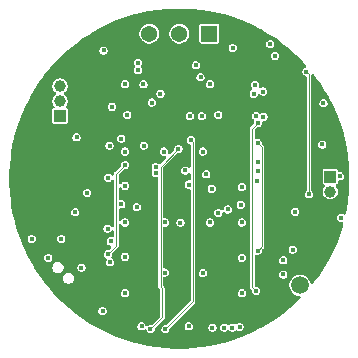
<source format=gbr>
%TF.GenerationSoftware,KiCad,Pcbnew,9.0.2*%
%TF.CreationDate,2025-11-14T19:25:59+05:30*%
%TF.ProjectId,Nade,4e616465-2e6b-4696-9361-645f70636258,rev?*%
%TF.SameCoordinates,Original*%
%TF.FileFunction,Copper,L3,Inr*%
%TF.FilePolarity,Positive*%
%FSLAX46Y46*%
G04 Gerber Fmt 4.6, Leading zero omitted, Abs format (unit mm)*
G04 Created by KiCad (PCBNEW 9.0.2) date 2025-11-14 19:25:59*
%MOMM*%
%LPD*%
G01*
G04 APERTURE LIST*
%TA.AperFunction,ComponentPad*%
%ADD10C,1.000000*%
%TD*%
%TA.AperFunction,ComponentPad*%
%ADD11R,1.000000X1.000000*%
%TD*%
%TA.AperFunction,ComponentPad*%
%ADD12C,1.500000*%
%TD*%
%TA.AperFunction,ComponentPad*%
%ADD13R,1.371600X1.371600*%
%TD*%
%TA.AperFunction,ComponentPad*%
%ADD14C,1.371600*%
%TD*%
%TA.AperFunction,ViaPad*%
%ADD15C,0.400000*%
%TD*%
%TA.AperFunction,Conductor*%
%ADD16C,0.100000*%
%TD*%
G04 APERTURE END LIST*
D10*
%TO.N,Net-(J6-Pin_2)*%
%TO.C,Pyro*%
X142775000Y-101085000D03*
D11*
%TO.N,GND*%
X142775000Y-99815000D03*
%TD*%
D12*
%TO.N,GND*%
%TO.C,GND*%
X140225000Y-109025000D03*
%TD*%
D13*
%TO.N,Net-(SW2-A)*%
%TO.C,SW2*%
X132544800Y-87719000D03*
D14*
%TO.N,Net-(J4-Pin_1)*%
X130004796Y-87718997D03*
%TO.N,unconnected-(SW2-C-Pad3)*%
X127464800Y-87719000D03*
%TD*%
D11*
%TO.N,Net-(J2-Pin_1)*%
%TO.C,J2*%
X119905000Y-94695000D03*
D10*
%TO.N,Net-(J2-Pin_2)*%
X119905000Y-93424999D03*
%TO.N,Net-(J2-Pin_3)*%
X119905001Y-92154997D03*
%TD*%
D15*
%TO.N,VDD*%
X142300000Y-103900000D03*
%TO.N,Net-(J7-Pin_2)*%
X138800000Y-106900000D03*
%TO.N,Net-(J7-Pin_1)*%
X138800000Y-108100000D03*
%TO.N,Net-(J3-Pin_6)*%
X124133900Y-107072100D03*
X136656900Y-106083500D03*
X136656900Y-96992300D03*
%TO.N,Net-(J3-Pin_3)*%
X132741800Y-100853000D03*
X123921700Y-104225900D03*
%TO.N,Net-(J3-Pin_11)*%
X127683100Y-93550200D03*
%TO.N,Net-(J3-Pin_8)*%
X130987500Y-96722400D03*
X128819400Y-112734600D03*
%TO.N,Net-(J3-Pin_7)*%
X129930500Y-97473700D03*
X127556900Y-112734600D03*
%TO.N,Net-(J3-Pin_5)*%
X125417800Y-98829700D03*
X123949500Y-106393400D03*
%TO.N,Net-(J3-Pin_13)*%
X136411400Y-92054600D03*
%TO.N,Net-(J3-Pin_4)*%
X121181600Y-102831300D03*
X136655300Y-98574500D03*
%TO.N,/PA10*%
X126800000Y-112500000D03*
%TO.N,/PA7*%
X126405000Y-102400000D03*
%TO.N,/PA13*%
X132800000Y-112600000D03*
%TO.N,/PA14*%
X133800000Y-112600000D03*
%TO.N,/PA15*%
X135100000Y-112550000D03*
%TO.N,/PB3*%
X134500000Y-112600000D03*
%TO.N,Net-(J3-Pin_12)*%
X128399700Y-92803800D03*
X137091000Y-92619500D03*
%TO.N,Net-(J3-Pin_2)*%
X125090000Y-102168700D03*
X136655300Y-99387000D03*
%TO.N,/PA2*%
X136600000Y-100200000D03*
%TO.N,Net-(J3-Pin_9)*%
X136660200Y-95259600D03*
X136500000Y-109500000D03*
%TO.N,Net-(J3-Pin_1)*%
X123973100Y-99913400D03*
X132287500Y-99624300D03*
%TO.N,Net-(J3-Pin_10)*%
X126968100Y-92000500D03*
X137121300Y-94759100D03*
%TO.N,Net-(J3-Pin_14)*%
X140975300Y-101325800D03*
X140766000Y-90935800D03*
%TO.N,/PA11*%
X123500000Y-111200000D03*
X124300000Y-93900000D03*
%TO.N,/PA3*%
X135200000Y-102200000D03*
%TO.N,/PA1*%
X125080000Y-96600000D03*
%TO.N,/PA4*%
X125600000Y-94600000D03*
%TO.N,/PC0*%
X134100000Y-102600000D03*
%TO.N,Net-(R10-Pad1)*%
X131800000Y-91400000D03*
%TO.N,Net-(SW2-A)*%
X134525000Y-88925000D03*
%TO.N,/PA6*%
X124100000Y-97200000D03*
%TO.N,/PC1*%
X133300000Y-102900000D03*
%TO.N,RESET'*%
X124200000Y-105300000D03*
%TO.N,VDD*%
X139875000Y-101075000D03*
X129900000Y-94200000D03*
X130100000Y-102900000D03*
X130900000Y-94200000D03*
X127600000Y-103800000D03*
X130400000Y-93700000D03*
X131800000Y-113800000D03*
X140200000Y-93200000D03*
X139800000Y-103800000D03*
X130900000Y-93700000D03*
X121300000Y-90300000D03*
X130400000Y-94200000D03*
X129900000Y-94700000D03*
X124000000Y-103100000D03*
X129500000Y-99300000D03*
X124191000Y-108898000D03*
X128400000Y-94200000D03*
X138600000Y-89500000D03*
X128900000Y-94200000D03*
X129900000Y-113900000D03*
X129400000Y-93700000D03*
X130000000Y-100700000D03*
X132100000Y-99000000D03*
X138900000Y-104600000D03*
X128900000Y-93700000D03*
X129900000Y-93700000D03*
X128400000Y-93700000D03*
X121700000Y-109600000D03*
X127700000Y-103200000D03*
X129400000Y-94200000D03*
%TO.N,GND*%
X130901000Y-94699500D03*
X117500000Y-105100000D03*
X143600000Y-99800000D03*
X135300000Y-103700000D03*
X125400000Y-97700000D03*
X125400000Y-106600000D03*
X126500000Y-90200000D03*
X127000000Y-97200000D03*
X121300000Y-96500000D03*
X128000000Y-99500000D03*
X135300000Y-100700000D03*
X135300000Y-109700000D03*
X120000000Y-105100000D03*
X130800000Y-100500000D03*
X125400000Y-103700000D03*
X130800000Y-112500000D03*
X131900000Y-94700000D03*
X125400000Y-92000000D03*
X133300000Y-94600000D03*
X135300000Y-106700000D03*
X139800000Y-102800000D03*
X142200000Y-93600000D03*
X142100000Y-97100000D03*
X138100000Y-89600000D03*
X137700000Y-88600000D03*
X121714000Y-107520000D03*
X128000000Y-99000000D03*
X132000000Y-97700000D03*
X128700000Y-97700000D03*
X132000000Y-108000000D03*
X136300000Y-92800000D03*
X139600000Y-106000000D03*
X125400000Y-100600000D03*
X125400000Y-109700000D03*
X131400000Y-90400000D03*
X122200000Y-101200000D03*
X123587000Y-89140700D03*
X130097000Y-103719000D03*
X126500000Y-90800000D03*
X130500000Y-99300000D03*
X132600000Y-92000000D03*
X132600000Y-103700000D03*
X128764900Y-107950000D03*
X118900000Y-106700000D03*
X136500000Y-94700000D03*
X128800000Y-103700000D03*
X143700000Y-103300000D03*
%TD*%
D16*
%TO.N,Net-(J3-Pin_9)*%
X136168700Y-95751100D02*
X136660200Y-95259600D01*
X136500000Y-109500000D02*
X136168700Y-109168700D01*
X136168700Y-109168700D02*
X136168700Y-95751100D01*
%TO.N,Net-(J3-Pin_6)*%
X137007100Y-97342500D02*
X136656900Y-96992300D01*
X137007100Y-105733300D02*
X137007100Y-97342500D01*
X136656900Y-106083500D02*
X137007100Y-105733300D01*
%TO.N,Net-(J3-Pin_8)*%
X131165200Y-96900100D02*
X130987500Y-96722400D01*
X131165200Y-110388800D02*
X131165200Y-96900100D01*
X128819400Y-112734600D02*
X131165200Y-110388800D01*
%TO.N,Net-(J3-Pin_7)*%
X128561300Y-111730200D02*
X127556900Y-112734600D01*
X128561300Y-109281400D02*
X128561300Y-111730200D01*
X128414900Y-109135000D02*
X128561300Y-109281400D01*
X128414900Y-98989300D02*
X128414900Y-109135000D01*
X129930500Y-97473700D02*
X128414900Y-98989300D01*
%TO.N,Net-(J3-Pin_5)*%
X124665100Y-105677800D02*
X123949500Y-106393400D01*
X124665100Y-99582400D02*
X124665100Y-105677800D01*
X125417800Y-98829700D02*
X124665100Y-99582400D01*
%TO.N,Net-(J3-Pin_14)*%
X140975300Y-91145100D02*
X140766000Y-90935800D01*
X140975300Y-101325800D02*
X140975300Y-91145100D01*
%TD*%
%TA.AperFunction,Conductor*%
%TO.N,VDD*%
G36*
X130380518Y-85592613D02*
G01*
X131127566Y-85631765D01*
X131133991Y-85632270D01*
X131878019Y-85710470D01*
X131884395Y-85711310D01*
X132545854Y-85816075D01*
X132623261Y-85828336D01*
X132629644Y-85829519D01*
X132825208Y-85871087D01*
X133361355Y-85985048D01*
X133367642Y-85986557D01*
X134090251Y-86180179D01*
X134096453Y-86182016D01*
X134807909Y-86413183D01*
X134814006Y-86415341D01*
X135512391Y-86683427D01*
X135518384Y-86685909D01*
X136201788Y-86990180D01*
X136207614Y-86992958D01*
X136855069Y-87322854D01*
X136874161Y-87332582D01*
X136879866Y-87335680D01*
X137527716Y-87709716D01*
X137533215Y-87713086D01*
X138160621Y-88120528D01*
X138165937Y-88124181D01*
X138771137Y-88563885D01*
X138776282Y-88567832D01*
X138872988Y-88646143D01*
X139357646Y-89038612D01*
X139362582Y-89042828D01*
X139918497Y-89543376D01*
X139923206Y-89547845D01*
X140452154Y-90076793D01*
X140456623Y-90081502D01*
X140737841Y-90393826D01*
X140768071Y-90456817D01*
X140759446Y-90526153D01*
X140714704Y-90579818D01*
X140677785Y-90596572D01*
X140664104Y-90600238D01*
X140630707Y-90609187D01*
X140630706Y-90609188D01*
X140550794Y-90655326D01*
X140550785Y-90655333D01*
X140485533Y-90720585D01*
X140485526Y-90720594D01*
X140439388Y-90800506D01*
X140439387Y-90800509D01*
X140439386Y-90800511D01*
X140439386Y-90800512D01*
X140415500Y-90889656D01*
X140415500Y-90981944D01*
X140428785Y-91031526D01*
X140439387Y-91071090D01*
X140439388Y-91071093D01*
X140485526Y-91151005D01*
X140485529Y-91151009D01*
X140485531Y-91151012D01*
X140550788Y-91216269D01*
X140550791Y-91216270D01*
X140550794Y-91216273D01*
X140630706Y-91262411D01*
X140630708Y-91262412D01*
X140630709Y-91262412D01*
X140630712Y-91262414D01*
X140682895Y-91276396D01*
X140742553Y-91312759D01*
X140773083Y-91375606D01*
X140774800Y-91396170D01*
X140774800Y-100979257D01*
X140755115Y-101046296D01*
X140738481Y-101066938D01*
X140694833Y-101110585D01*
X140694826Y-101110594D01*
X140648688Y-101190506D01*
X140648687Y-101190509D01*
X140648686Y-101190511D01*
X140648686Y-101190512D01*
X140626118Y-101274738D01*
X140624800Y-101279656D01*
X140624800Y-101371943D01*
X140648687Y-101461090D01*
X140648688Y-101461093D01*
X140694826Y-101541005D01*
X140694829Y-101541009D01*
X140694831Y-101541012D01*
X140760088Y-101606269D01*
X140760091Y-101606270D01*
X140760094Y-101606273D01*
X140840006Y-101652411D01*
X140840007Y-101652411D01*
X140840012Y-101652414D01*
X140929156Y-101676300D01*
X140929158Y-101676300D01*
X141021442Y-101676300D01*
X141021444Y-101676300D01*
X141110588Y-101652414D01*
X141190512Y-101606269D01*
X141255769Y-101541012D01*
X141301914Y-101461088D01*
X141325800Y-101371944D01*
X141325800Y-101279656D01*
X141301914Y-101190512D01*
X141295621Y-101179612D01*
X141255773Y-101110594D01*
X141255770Y-101110591D01*
X141255769Y-101110588D01*
X141212119Y-101066938D01*
X141178634Y-101005615D01*
X141175800Y-100979257D01*
X141175800Y-100329822D01*
X142124499Y-100329822D01*
X142133231Y-100373717D01*
X142133234Y-100373724D01*
X142166495Y-100423503D01*
X142166496Y-100423504D01*
X142216278Y-100456767D01*
X142216281Y-100456767D01*
X142227564Y-100461442D01*
X142226613Y-100463737D01*
X142273358Y-100488183D01*
X142307939Y-100548895D01*
X142304207Y-100618665D01*
X142274952Y-100665102D01*
X142269723Y-100670331D01*
X142198538Y-100776866D01*
X142198533Y-100776875D01*
X142149499Y-100895255D01*
X142149497Y-100895261D01*
X142124500Y-101020928D01*
X142124500Y-101020931D01*
X142124500Y-101149069D01*
X142124500Y-101149071D01*
X142124499Y-101149071D01*
X142149497Y-101274738D01*
X142149499Y-101274744D01*
X142198533Y-101393124D01*
X142198538Y-101393133D01*
X142269723Y-101499668D01*
X142269726Y-101499672D01*
X142360327Y-101590273D01*
X142360331Y-101590276D01*
X142466866Y-101661461D01*
X142466872Y-101661464D01*
X142466873Y-101661465D01*
X142585256Y-101710501D01*
X142585260Y-101710501D01*
X142585261Y-101710502D01*
X142710928Y-101735500D01*
X142710931Y-101735500D01*
X142839071Y-101735500D01*
X142923615Y-101718682D01*
X142964744Y-101710501D01*
X143083127Y-101661465D01*
X143189669Y-101590276D01*
X143280276Y-101499669D01*
X143351465Y-101393127D01*
X143400501Y-101274744D01*
X143417257Y-101190509D01*
X143425500Y-101149071D01*
X143425500Y-101020928D01*
X143400502Y-100895261D01*
X143400501Y-100895260D01*
X143400501Y-100895256D01*
X143351465Y-100776873D01*
X143351464Y-100776872D01*
X143351461Y-100776866D01*
X143280276Y-100670331D01*
X143280273Y-100670327D01*
X143275052Y-100665106D01*
X143241567Y-100603783D01*
X143246551Y-100534091D01*
X143288423Y-100478158D01*
X143322978Y-100462750D01*
X143322436Y-100461442D01*
X143333716Y-100456768D01*
X143333722Y-100456767D01*
X143383504Y-100423504D01*
X143416767Y-100373722D01*
X143418560Y-100364709D01*
X143425500Y-100329822D01*
X143425500Y-100274500D01*
X143445185Y-100207461D01*
X143497989Y-100161706D01*
X143549500Y-100150500D01*
X143646142Y-100150500D01*
X143646144Y-100150500D01*
X143735288Y-100126614D01*
X143815212Y-100080469D01*
X143880469Y-100015212D01*
X143926614Y-99935288D01*
X143950500Y-99846144D01*
X143950500Y-99753856D01*
X143926614Y-99664712D01*
X143918408Y-99650499D01*
X143880473Y-99584794D01*
X143880470Y-99584791D01*
X143880469Y-99584788D01*
X143815212Y-99519531D01*
X143815209Y-99519529D01*
X143815205Y-99519526D01*
X143735293Y-99473388D01*
X143735290Y-99473387D01*
X143735289Y-99473386D01*
X143735288Y-99473386D01*
X143646144Y-99449500D01*
X143553856Y-99449500D01*
X143549500Y-99449500D01*
X143482461Y-99429815D01*
X143436706Y-99377011D01*
X143425500Y-99325500D01*
X143425500Y-99300177D01*
X143416768Y-99256282D01*
X143416767Y-99256281D01*
X143416767Y-99256278D01*
X143383504Y-99206496D01*
X143355823Y-99188000D01*
X143333724Y-99173234D01*
X143333717Y-99173231D01*
X143289822Y-99164500D01*
X143289820Y-99164500D01*
X142260180Y-99164500D01*
X142260178Y-99164500D01*
X142216282Y-99173231D01*
X142216275Y-99173234D01*
X142166496Y-99206495D01*
X142166495Y-99206496D01*
X142133234Y-99256275D01*
X142133231Y-99256282D01*
X142124500Y-99300177D01*
X142124500Y-99300180D01*
X142124500Y-100329820D01*
X142124500Y-100329822D01*
X142124499Y-100329822D01*
X141175800Y-100329822D01*
X141175800Y-97053856D01*
X141749500Y-97053856D01*
X141749500Y-97146144D01*
X141771681Y-97228926D01*
X141773387Y-97235290D01*
X141773388Y-97235293D01*
X141819526Y-97315205D01*
X141819529Y-97315209D01*
X141819531Y-97315212D01*
X141884788Y-97380469D01*
X141884791Y-97380470D01*
X141884794Y-97380473D01*
X141964706Y-97426611D01*
X141964707Y-97426611D01*
X141964712Y-97426614D01*
X142053856Y-97450500D01*
X142053858Y-97450500D01*
X142146142Y-97450500D01*
X142146144Y-97450500D01*
X142235288Y-97426614D01*
X142315212Y-97380469D01*
X142380469Y-97315212D01*
X142426614Y-97235288D01*
X142450500Y-97146144D01*
X142450500Y-97053856D01*
X142426614Y-96964712D01*
X142415902Y-96946158D01*
X142380473Y-96884794D01*
X142380470Y-96884791D01*
X142380469Y-96884788D01*
X142315212Y-96819531D01*
X142315209Y-96819529D01*
X142315205Y-96819526D01*
X142235293Y-96773388D01*
X142235290Y-96773387D01*
X142235289Y-96773386D01*
X142235288Y-96773386D01*
X142146144Y-96749500D01*
X142053856Y-96749500D01*
X141964712Y-96773386D01*
X141964711Y-96773386D01*
X141964709Y-96773387D01*
X141964706Y-96773388D01*
X141884794Y-96819526D01*
X141884785Y-96819533D01*
X141819533Y-96884785D01*
X141819526Y-96884794D01*
X141773388Y-96964706D01*
X141773387Y-96964709D01*
X141773386Y-96964711D01*
X141773386Y-96964712D01*
X141749500Y-97053856D01*
X141175800Y-97053856D01*
X141175800Y-93553856D01*
X141849500Y-93553856D01*
X141849500Y-93646144D01*
X141872808Y-93733132D01*
X141873387Y-93735290D01*
X141873388Y-93735293D01*
X141919526Y-93815205D01*
X141919529Y-93815209D01*
X141919531Y-93815212D01*
X141984788Y-93880469D01*
X141984791Y-93880470D01*
X141984794Y-93880473D01*
X142064706Y-93926611D01*
X142064707Y-93926611D01*
X142064712Y-93926614D01*
X142153856Y-93950500D01*
X142153858Y-93950500D01*
X142246142Y-93950500D01*
X142246144Y-93950500D01*
X142335288Y-93926614D01*
X142415212Y-93880469D01*
X142480469Y-93815212D01*
X142526614Y-93735288D01*
X142550500Y-93646144D01*
X142550500Y-93553856D01*
X142526614Y-93464712D01*
X142526611Y-93464706D01*
X142480473Y-93384794D01*
X142480470Y-93384791D01*
X142480469Y-93384788D01*
X142415212Y-93319531D01*
X142415209Y-93319529D01*
X142415205Y-93319526D01*
X142335293Y-93273388D01*
X142335290Y-93273387D01*
X142335289Y-93273386D01*
X142335288Y-93273386D01*
X142246144Y-93249500D01*
X142153856Y-93249500D01*
X142064712Y-93273386D01*
X142064711Y-93273386D01*
X142064709Y-93273387D01*
X142064706Y-93273388D01*
X141984794Y-93319526D01*
X141984785Y-93319533D01*
X141919533Y-93384785D01*
X141919526Y-93384794D01*
X141873388Y-93464706D01*
X141873387Y-93464709D01*
X141873386Y-93464711D01*
X141873386Y-93464712D01*
X141849500Y-93553856D01*
X141175800Y-93553856D01*
X141175800Y-91257295D01*
X141183805Y-91230030D01*
X141188785Y-91202054D01*
X141193521Y-91196942D01*
X141195485Y-91190256D01*
X141216959Y-91171648D01*
X141236274Y-91150804D01*
X141243022Y-91149064D01*
X141248289Y-91144501D01*
X141276416Y-91140456D01*
X141303932Y-91133364D01*
X141310548Y-91135548D01*
X141317447Y-91134557D01*
X141343295Y-91146361D01*
X141370278Y-91155271D01*
X141377540Y-91162000D01*
X141381003Y-91163582D01*
X141396162Y-91179255D01*
X141426133Y-91216266D01*
X141432163Y-91223712D01*
X141436113Y-91228861D01*
X141840379Y-91785285D01*
X141875806Y-91834045D01*
X141879476Y-91839385D01*
X142286902Y-92466766D01*
X142290290Y-92472294D01*
X142401919Y-92665642D01*
X142664319Y-93120133D01*
X142667417Y-93125838D01*
X143007032Y-93792368D01*
X143009827Y-93798228D01*
X143314088Y-94481611D01*
X143316572Y-94487608D01*
X143584653Y-95185981D01*
X143586820Y-95192101D01*
X143817979Y-95903535D01*
X143819823Y-95909759D01*
X144013439Y-96632344D01*
X144014954Y-96638657D01*
X144170480Y-97370355D01*
X144171663Y-97376738D01*
X144288684Y-98115572D01*
X144289532Y-98122009D01*
X144367727Y-98865987D01*
X144368236Y-98872458D01*
X144407386Y-99619481D01*
X144407556Y-99625971D01*
X144407556Y-100374028D01*
X144407386Y-100380518D01*
X144368236Y-101127541D01*
X144367727Y-101134012D01*
X144289532Y-101877990D01*
X144288684Y-101884427D01*
X144171664Y-102623261D01*
X144170481Y-102629644D01*
X144104248Y-102941242D01*
X144071055Y-103002724D01*
X144009892Y-103036500D01*
X143940178Y-103031848D01*
X143920957Y-103022848D01*
X143835288Y-102973386D01*
X143809917Y-102966588D01*
X143746144Y-102949500D01*
X143653856Y-102949500D01*
X143564712Y-102973386D01*
X143564711Y-102973386D01*
X143564709Y-102973387D01*
X143564706Y-102973388D01*
X143484794Y-103019526D01*
X143484785Y-103019533D01*
X143419533Y-103084785D01*
X143419526Y-103084794D01*
X143373388Y-103164706D01*
X143373387Y-103164709D01*
X143373386Y-103164711D01*
X143373386Y-103164712D01*
X143349500Y-103253856D01*
X143349500Y-103346144D01*
X143369164Y-103419533D01*
X143373387Y-103435290D01*
X143373388Y-103435293D01*
X143419526Y-103515205D01*
X143419529Y-103515209D01*
X143419531Y-103515212D01*
X143484788Y-103580469D01*
X143484791Y-103580470D01*
X143484794Y-103580473D01*
X143564706Y-103626611D01*
X143564707Y-103626611D01*
X143564712Y-103626614D01*
X143653856Y-103650500D01*
X143653858Y-103650500D01*
X143746142Y-103650500D01*
X143746144Y-103650500D01*
X143746145Y-103650499D01*
X143754200Y-103649439D01*
X143754409Y-103651029D01*
X143814846Y-103652462D01*
X143872713Y-103691619D01*
X143900224Y-103755844D01*
X143896877Y-103802671D01*
X143819825Y-104090234D01*
X143817981Y-104096459D01*
X143586820Y-104807898D01*
X143584653Y-104814018D01*
X143316572Y-105512391D01*
X143314088Y-105518388D01*
X143009827Y-106201771D01*
X143007032Y-106207631D01*
X142667417Y-106874161D01*
X142664319Y-106879866D01*
X142290294Y-107527698D01*
X142286902Y-107533233D01*
X141879483Y-108160604D01*
X141875806Y-108165954D01*
X141436114Y-108771137D01*
X141432162Y-108776288D01*
X141326819Y-108906376D01*
X141269332Y-108946087D01*
X141199501Y-108948415D01*
X141139497Y-108912620D01*
X141108836Y-108852531D01*
X141090896Y-108762341D01*
X141090893Y-108762332D01*
X141023016Y-108598459D01*
X141023009Y-108598446D01*
X140924464Y-108450965D01*
X140924461Y-108450961D01*
X140799038Y-108325538D01*
X140799034Y-108325535D01*
X140651553Y-108226990D01*
X140651540Y-108226983D01*
X140487667Y-108159106D01*
X140487658Y-108159103D01*
X140313694Y-108124500D01*
X140313691Y-108124500D01*
X140136309Y-108124500D01*
X140136306Y-108124500D01*
X139962341Y-108159103D01*
X139962332Y-108159106D01*
X139798459Y-108226983D01*
X139798446Y-108226990D01*
X139650965Y-108325535D01*
X139650961Y-108325538D01*
X139525538Y-108450961D01*
X139525535Y-108450965D01*
X139426990Y-108598446D01*
X139426983Y-108598459D01*
X139359106Y-108762332D01*
X139359103Y-108762341D01*
X139324500Y-108936304D01*
X139324500Y-109113695D01*
X139359103Y-109287658D01*
X139359106Y-109287667D01*
X139426983Y-109451540D01*
X139426990Y-109451553D01*
X139525535Y-109599034D01*
X139525538Y-109599038D01*
X139650961Y-109724461D01*
X139650965Y-109724464D01*
X139798446Y-109823009D01*
X139798459Y-109823016D01*
X139864813Y-109850500D01*
X139962334Y-109890894D01*
X139962336Y-109890894D01*
X139962341Y-109890896D01*
X140136304Y-109925499D01*
X140136307Y-109925500D01*
X140150499Y-109925500D01*
X140217538Y-109945185D01*
X140263293Y-109997989D01*
X140273237Y-110067147D01*
X140244212Y-110130703D01*
X140238180Y-110137181D01*
X139923206Y-110452154D01*
X139918497Y-110456623D01*
X139362582Y-110957171D01*
X139357646Y-110961387D01*
X138776288Y-111432162D01*
X138771137Y-111436114D01*
X138165954Y-111875806D01*
X138160604Y-111879483D01*
X137533233Y-112286902D01*
X137527698Y-112290294D01*
X136879866Y-112664319D01*
X136874161Y-112667417D01*
X136207631Y-113007032D01*
X136201771Y-113009827D01*
X135518388Y-113314088D01*
X135512391Y-113316572D01*
X134814018Y-113584653D01*
X134807898Y-113586820D01*
X134096464Y-113817979D01*
X134090240Y-113819823D01*
X133367655Y-114013439D01*
X133361342Y-114014954D01*
X132629644Y-114170480D01*
X132623261Y-114171663D01*
X131884427Y-114288684D01*
X131877990Y-114289532D01*
X131134012Y-114367727D01*
X131127541Y-114368236D01*
X130380519Y-114407386D01*
X130374029Y-114407556D01*
X129625971Y-114407556D01*
X129619481Y-114407386D01*
X128872458Y-114368236D01*
X128865987Y-114367727D01*
X128122009Y-114289532D01*
X128115572Y-114288684D01*
X127376738Y-114171663D01*
X127370355Y-114170480D01*
X126638657Y-114014954D01*
X126632344Y-114013439D01*
X125909759Y-113819823D01*
X125903535Y-113817979D01*
X125192101Y-113586820D01*
X125185981Y-113584653D01*
X124487608Y-113316572D01*
X124481611Y-113314088D01*
X123798228Y-113009827D01*
X123792368Y-113007032D01*
X123125838Y-112667417D01*
X123120133Y-112664319D01*
X122927523Y-112553116D01*
X122755599Y-112453856D01*
X126449500Y-112453856D01*
X126449500Y-112546144D01*
X126472325Y-112631330D01*
X126473387Y-112635290D01*
X126473388Y-112635293D01*
X126519526Y-112715205D01*
X126519529Y-112715209D01*
X126519531Y-112715212D01*
X126584788Y-112780469D01*
X126584791Y-112780470D01*
X126584794Y-112780473D01*
X126664706Y-112826611D01*
X126664707Y-112826611D01*
X126664712Y-112826614D01*
X126753856Y-112850500D01*
X126753858Y-112850500D01*
X126846142Y-112850500D01*
X126846144Y-112850500D01*
X126935288Y-112826614D01*
X127015212Y-112780469D01*
X127015217Y-112780463D01*
X127021658Y-112775522D01*
X127022710Y-112776893D01*
X127075381Y-112748127D01*
X127145073Y-112753104D01*
X127201011Y-112794969D01*
X127221525Y-112837194D01*
X127225091Y-112850499D01*
X127230287Y-112869891D01*
X127230288Y-112869893D01*
X127276426Y-112949805D01*
X127276429Y-112949809D01*
X127276431Y-112949812D01*
X127341688Y-113015069D01*
X127341691Y-113015070D01*
X127341694Y-113015073D01*
X127421606Y-113061211D01*
X127421607Y-113061211D01*
X127421612Y-113061214D01*
X127510756Y-113085100D01*
X127510758Y-113085100D01*
X127603042Y-113085100D01*
X127603044Y-113085100D01*
X127692188Y-113061214D01*
X127772112Y-113015069D01*
X127837369Y-112949812D01*
X127883514Y-112869888D01*
X127907400Y-112780744D01*
X127907400Y-112719011D01*
X127916044Y-112689570D01*
X127916286Y-112688456D01*
X128468900Y-112688456D01*
X128468900Y-112780744D01*
X128484026Y-112837197D01*
X128492787Y-112869890D01*
X128492788Y-112869893D01*
X128538926Y-112949805D01*
X128538929Y-112949809D01*
X128538931Y-112949812D01*
X128604188Y-113015069D01*
X128604191Y-113015070D01*
X128604194Y-113015073D01*
X128684106Y-113061211D01*
X128684107Y-113061211D01*
X128684112Y-113061214D01*
X128773256Y-113085100D01*
X128773258Y-113085100D01*
X128865542Y-113085100D01*
X128865544Y-113085100D01*
X128954688Y-113061214D01*
X129034612Y-113015069D01*
X129099869Y-112949812D01*
X129146014Y-112869888D01*
X129169900Y-112780744D01*
X129169900Y-112719011D01*
X129189585Y-112651972D01*
X129206219Y-112631330D01*
X129383693Y-112453856D01*
X130449500Y-112453856D01*
X130449500Y-112546144D01*
X130472325Y-112631330D01*
X130473387Y-112635290D01*
X130473388Y-112635293D01*
X130519526Y-112715205D01*
X130519529Y-112715209D01*
X130519531Y-112715212D01*
X130584788Y-112780469D01*
X130584791Y-112780470D01*
X130584794Y-112780473D01*
X130664706Y-112826611D01*
X130664707Y-112826611D01*
X130664712Y-112826614D01*
X130753856Y-112850500D01*
X130753858Y-112850500D01*
X130846142Y-112850500D01*
X130846144Y-112850500D01*
X130935288Y-112826614D01*
X131015212Y-112780469D01*
X131080469Y-112715212D01*
X131126614Y-112635288D01*
X131148434Y-112553856D01*
X132449500Y-112553856D01*
X132449500Y-112646144D01*
X132468007Y-112715214D01*
X132473387Y-112735290D01*
X132473388Y-112735293D01*
X132519526Y-112815205D01*
X132519529Y-112815209D01*
X132519531Y-112815212D01*
X132584788Y-112880469D01*
X132584791Y-112880470D01*
X132584794Y-112880473D01*
X132664706Y-112926611D01*
X132664707Y-112926611D01*
X132664712Y-112926614D01*
X132753856Y-112950500D01*
X132753858Y-112950500D01*
X132846142Y-112950500D01*
X132846144Y-112950500D01*
X132935288Y-112926614D01*
X133015212Y-112880469D01*
X133080469Y-112815212D01*
X133126614Y-112735288D01*
X133150500Y-112646144D01*
X133150500Y-112553856D01*
X133449500Y-112553856D01*
X133449500Y-112646144D01*
X133468007Y-112715214D01*
X133473387Y-112735290D01*
X133473388Y-112735293D01*
X133519526Y-112815205D01*
X133519529Y-112815209D01*
X133519531Y-112815212D01*
X133584788Y-112880469D01*
X133584791Y-112880470D01*
X133584794Y-112880473D01*
X133664706Y-112926611D01*
X133664707Y-112926611D01*
X133664712Y-112926614D01*
X133753856Y-112950500D01*
X133753858Y-112950500D01*
X133846142Y-112950500D01*
X133846144Y-112950500D01*
X133935288Y-112926614D01*
X134015212Y-112880469D01*
X134062319Y-112833362D01*
X134123642Y-112799877D01*
X134193334Y-112804861D01*
X134237681Y-112833362D01*
X134284788Y-112880469D01*
X134284791Y-112880470D01*
X134284794Y-112880473D01*
X134364706Y-112926611D01*
X134364707Y-112926611D01*
X134364712Y-112926614D01*
X134453856Y-112950500D01*
X134453858Y-112950500D01*
X134546142Y-112950500D01*
X134546144Y-112950500D01*
X134635288Y-112926614D01*
X134715212Y-112880469D01*
X134741701Y-112853979D01*
X134803020Y-112820496D01*
X134872712Y-112825480D01*
X134891381Y-112834276D01*
X134964706Y-112876611D01*
X134964707Y-112876611D01*
X134964712Y-112876614D01*
X135053856Y-112900500D01*
X135053858Y-112900500D01*
X135146142Y-112900500D01*
X135146144Y-112900500D01*
X135235288Y-112876614D01*
X135315212Y-112830469D01*
X135380469Y-112765212D01*
X135426614Y-112685288D01*
X135450500Y-112596144D01*
X135450500Y-112503856D01*
X135426614Y-112414712D01*
X135422732Y-112407988D01*
X135380473Y-112334794D01*
X135380470Y-112334791D01*
X135380469Y-112334788D01*
X135315212Y-112269531D01*
X135315209Y-112269529D01*
X135315205Y-112269526D01*
X135235293Y-112223388D01*
X135235290Y-112223387D01*
X135235289Y-112223386D01*
X135235288Y-112223386D01*
X135146144Y-112199500D01*
X135053856Y-112199500D01*
X134964712Y-112223386D01*
X134964711Y-112223386D01*
X134964709Y-112223387D01*
X134964706Y-112223388D01*
X134884794Y-112269526D01*
X134884788Y-112269531D01*
X134858299Y-112296020D01*
X134796975Y-112329504D01*
X134727284Y-112324518D01*
X134708618Y-112315724D01*
X134674490Y-112296020D01*
X134635288Y-112273386D01*
X134546144Y-112249500D01*
X134453856Y-112249500D01*
X134364712Y-112273386D01*
X134364711Y-112273386D01*
X134364709Y-112273387D01*
X134364706Y-112273388D01*
X134284794Y-112319526D01*
X134284785Y-112319533D01*
X134237681Y-112366638D01*
X134176358Y-112400123D01*
X134106666Y-112395139D01*
X134062319Y-112366638D01*
X134015214Y-112319533D01*
X134015212Y-112319531D01*
X134015209Y-112319529D01*
X134015205Y-112319526D01*
X133935293Y-112273388D01*
X133935290Y-112273387D01*
X133935289Y-112273386D01*
X133935288Y-112273386D01*
X133846144Y-112249500D01*
X133753856Y-112249500D01*
X133664712Y-112273386D01*
X133664711Y-112273386D01*
X133664709Y-112273387D01*
X133664706Y-112273388D01*
X133584794Y-112319526D01*
X133584785Y-112319533D01*
X133519533Y-112384785D01*
X133519526Y-112384794D01*
X133473388Y-112464706D01*
X133473387Y-112464709D01*
X133473386Y-112464711D01*
X133473386Y-112464712D01*
X133449500Y-112553856D01*
X133150500Y-112553856D01*
X133126614Y-112464712D01*
X133126611Y-112464706D01*
X133080473Y-112384794D01*
X133080470Y-112384791D01*
X133080469Y-112384788D01*
X133015212Y-112319531D01*
X133015209Y-112319529D01*
X133015205Y-112319526D01*
X132935293Y-112273388D01*
X132935290Y-112273387D01*
X132935289Y-112273386D01*
X132935288Y-112273386D01*
X132846144Y-112249500D01*
X132753856Y-112249500D01*
X132664712Y-112273386D01*
X132664711Y-112273386D01*
X132664709Y-112273387D01*
X132664706Y-112273388D01*
X132584794Y-112319526D01*
X132584785Y-112319533D01*
X132519533Y-112384785D01*
X132519526Y-112384794D01*
X132473388Y-112464706D01*
X132473387Y-112464709D01*
X132473386Y-112464711D01*
X132473386Y-112464712D01*
X132449500Y-112553856D01*
X131148434Y-112553856D01*
X131150500Y-112546144D01*
X131150500Y-112453856D01*
X131126614Y-112364712D01*
X131126611Y-112364706D01*
X131080473Y-112284794D01*
X131080470Y-112284791D01*
X131080469Y-112284788D01*
X131015212Y-112219531D01*
X131015209Y-112219529D01*
X131015205Y-112219526D01*
X130935293Y-112173388D01*
X130935290Y-112173387D01*
X130935289Y-112173386D01*
X130935288Y-112173386D01*
X130846144Y-112149500D01*
X130753856Y-112149500D01*
X130664712Y-112173386D01*
X130664711Y-112173386D01*
X130664709Y-112173387D01*
X130664706Y-112173388D01*
X130584794Y-112219526D01*
X130584785Y-112219533D01*
X130519533Y-112284785D01*
X130519526Y-112284794D01*
X130473388Y-112364706D01*
X130473387Y-112364709D01*
X130473386Y-112364711D01*
X130473386Y-112364712D01*
X130449500Y-112453856D01*
X129383693Y-112453856D01*
X130241762Y-111595787D01*
X131335176Y-110502374D01*
X131365700Y-110428682D01*
X131365700Y-110348918D01*
X131365700Y-109653856D01*
X134949500Y-109653856D01*
X134949500Y-109746144D01*
X134971061Y-109826612D01*
X134973387Y-109835290D01*
X134973388Y-109835293D01*
X135019526Y-109915205D01*
X135019529Y-109915209D01*
X135019531Y-109915212D01*
X135084788Y-109980469D01*
X135084791Y-109980470D01*
X135084794Y-109980473D01*
X135164706Y-110026611D01*
X135164707Y-110026611D01*
X135164712Y-110026614D01*
X135253856Y-110050500D01*
X135253858Y-110050500D01*
X135346142Y-110050500D01*
X135346144Y-110050500D01*
X135435288Y-110026614D01*
X135515212Y-109980469D01*
X135580469Y-109915212D01*
X135626614Y-109835288D01*
X135650500Y-109746144D01*
X135650500Y-109653856D01*
X135626614Y-109564712D01*
X135615893Y-109546143D01*
X135580473Y-109484794D01*
X135580470Y-109484791D01*
X135580469Y-109484788D01*
X135515212Y-109419531D01*
X135515209Y-109419529D01*
X135515205Y-109419526D01*
X135435293Y-109373388D01*
X135435290Y-109373387D01*
X135435289Y-109373386D01*
X135435288Y-109373386D01*
X135346144Y-109349500D01*
X135253856Y-109349500D01*
X135164712Y-109373386D01*
X135164711Y-109373386D01*
X135164709Y-109373387D01*
X135164706Y-109373388D01*
X135084794Y-109419526D01*
X135084785Y-109419533D01*
X135019533Y-109484785D01*
X135019526Y-109484794D01*
X134973388Y-109564706D01*
X134973387Y-109564709D01*
X134973386Y-109564711D01*
X134973386Y-109564712D01*
X134949500Y-109653856D01*
X131365700Y-109653856D01*
X131365700Y-107953856D01*
X131649500Y-107953856D01*
X131649500Y-108046144D01*
X131670495Y-108124500D01*
X131673387Y-108135290D01*
X131673388Y-108135293D01*
X131719526Y-108215205D01*
X131719529Y-108215209D01*
X131719531Y-108215212D01*
X131784788Y-108280469D01*
X131784791Y-108280470D01*
X131784794Y-108280473D01*
X131864706Y-108326611D01*
X131864707Y-108326611D01*
X131864712Y-108326614D01*
X131953856Y-108350500D01*
X131953858Y-108350500D01*
X132046142Y-108350500D01*
X132046144Y-108350500D01*
X132135288Y-108326614D01*
X132215212Y-108280469D01*
X132280469Y-108215212D01*
X132326614Y-108135288D01*
X132350500Y-108046144D01*
X132350500Y-107953856D01*
X132326614Y-107864712D01*
X132316164Y-107846612D01*
X132280473Y-107784794D01*
X132280470Y-107784791D01*
X132280469Y-107784788D01*
X132215212Y-107719531D01*
X132215209Y-107719529D01*
X132215205Y-107719526D01*
X132135293Y-107673388D01*
X132135290Y-107673387D01*
X132135289Y-107673386D01*
X132135288Y-107673386D01*
X132046144Y-107649500D01*
X131953856Y-107649500D01*
X131864712Y-107673386D01*
X131864711Y-107673386D01*
X131864709Y-107673387D01*
X131864706Y-107673388D01*
X131784794Y-107719526D01*
X131784785Y-107719533D01*
X131719533Y-107784785D01*
X131719526Y-107784794D01*
X131673388Y-107864706D01*
X131673387Y-107864709D01*
X131673386Y-107864711D01*
X131673386Y-107864712D01*
X131649500Y-107953856D01*
X131365700Y-107953856D01*
X131365700Y-106653856D01*
X134949500Y-106653856D01*
X134949500Y-106746144D01*
X134971537Y-106828388D01*
X134973387Y-106835290D01*
X134973388Y-106835293D01*
X135019526Y-106915205D01*
X135019529Y-106915209D01*
X135019531Y-106915212D01*
X135084788Y-106980469D01*
X135084791Y-106980470D01*
X135084794Y-106980473D01*
X135164706Y-107026611D01*
X135164707Y-107026611D01*
X135164712Y-107026614D01*
X135253856Y-107050500D01*
X135253858Y-107050500D01*
X135346142Y-107050500D01*
X135346144Y-107050500D01*
X135435288Y-107026614D01*
X135515212Y-106980469D01*
X135580469Y-106915212D01*
X135626614Y-106835288D01*
X135650500Y-106746144D01*
X135650500Y-106653856D01*
X135626614Y-106564712D01*
X135626611Y-106564706D01*
X135580473Y-106484794D01*
X135580470Y-106484791D01*
X135580469Y-106484788D01*
X135515212Y-106419531D01*
X135515209Y-106419529D01*
X135515205Y-106419526D01*
X135435293Y-106373388D01*
X135435290Y-106373387D01*
X135435289Y-106373386D01*
X135435288Y-106373386D01*
X135346144Y-106349500D01*
X135253856Y-106349500D01*
X135164712Y-106373386D01*
X135164711Y-106373386D01*
X135164709Y-106373387D01*
X135164706Y-106373388D01*
X135084794Y-106419526D01*
X135084785Y-106419533D01*
X135019533Y-106484785D01*
X135019526Y-106484794D01*
X134973388Y-106564706D01*
X134973387Y-106564709D01*
X134973386Y-106564711D01*
X134973386Y-106564712D01*
X134949500Y-106653856D01*
X131365700Y-106653856D01*
X131365700Y-103653856D01*
X132249500Y-103653856D01*
X132249500Y-103746144D01*
X132268064Y-103815427D01*
X132273387Y-103835290D01*
X132273388Y-103835293D01*
X132319526Y-103915205D01*
X132319529Y-103915209D01*
X132319531Y-103915212D01*
X132384788Y-103980469D01*
X132384791Y-103980470D01*
X132384794Y-103980473D01*
X132464706Y-104026611D01*
X132464707Y-104026611D01*
X132464712Y-104026614D01*
X132553856Y-104050500D01*
X132553858Y-104050500D01*
X132646142Y-104050500D01*
X132646144Y-104050500D01*
X132735288Y-104026614D01*
X132815212Y-103980469D01*
X132880469Y-103915212D01*
X132926614Y-103835288D01*
X132950500Y-103746144D01*
X132950500Y-103653856D01*
X134949500Y-103653856D01*
X134949500Y-103746144D01*
X134968064Y-103815427D01*
X134973387Y-103835290D01*
X134973388Y-103835293D01*
X135019526Y-103915205D01*
X135019529Y-103915209D01*
X135019531Y-103915212D01*
X135084788Y-103980469D01*
X135084791Y-103980470D01*
X135084794Y-103980473D01*
X135164706Y-104026611D01*
X135164707Y-104026611D01*
X135164712Y-104026614D01*
X135253856Y-104050500D01*
X135253858Y-104050500D01*
X135346142Y-104050500D01*
X135346144Y-104050500D01*
X135435288Y-104026614D01*
X135515212Y-103980469D01*
X135580469Y-103915212D01*
X135626614Y-103835288D01*
X135650500Y-103746144D01*
X135650500Y-103653856D01*
X135626614Y-103564712D01*
X135623492Y-103559304D01*
X135580473Y-103484794D01*
X135580470Y-103484791D01*
X135580469Y-103484788D01*
X135515212Y-103419531D01*
X135515209Y-103419529D01*
X135515205Y-103419526D01*
X135435293Y-103373388D01*
X135435290Y-103373387D01*
X135435289Y-103373386D01*
X135435288Y-103373386D01*
X135346144Y-103349500D01*
X135253856Y-103349500D01*
X135164712Y-103373386D01*
X135164711Y-103373386D01*
X135164709Y-103373387D01*
X135164706Y-103373388D01*
X135084794Y-103419526D01*
X135084785Y-103419533D01*
X135019533Y-103484785D01*
X135019526Y-103484794D01*
X134973388Y-103564706D01*
X134973387Y-103564709D01*
X134973386Y-103564711D01*
X134973386Y-103564712D01*
X134949500Y-103653856D01*
X132950500Y-103653856D01*
X132926614Y-103564712D01*
X132923492Y-103559304D01*
X132880473Y-103484794D01*
X132880470Y-103484791D01*
X132880469Y-103484788D01*
X132815212Y-103419531D01*
X132815209Y-103419529D01*
X132815205Y-103419526D01*
X132735293Y-103373388D01*
X132735290Y-103373387D01*
X132735289Y-103373386D01*
X132735288Y-103373386D01*
X132646144Y-103349500D01*
X132553856Y-103349500D01*
X132464712Y-103373386D01*
X132464711Y-103373386D01*
X132464709Y-103373387D01*
X132464706Y-103373388D01*
X132384794Y-103419526D01*
X132384785Y-103419533D01*
X132319533Y-103484785D01*
X132319526Y-103484794D01*
X132273388Y-103564706D01*
X132273387Y-103564709D01*
X132273386Y-103564711D01*
X132273386Y-103564712D01*
X132249500Y-103653856D01*
X131365700Y-103653856D01*
X131365700Y-102853856D01*
X132949500Y-102853856D01*
X132949500Y-102946144D01*
X132972464Y-103031848D01*
X132973387Y-103035290D01*
X132973388Y-103035293D01*
X133019526Y-103115205D01*
X133019529Y-103115209D01*
X133019531Y-103115212D01*
X133084788Y-103180469D01*
X133084791Y-103180470D01*
X133084794Y-103180473D01*
X133164706Y-103226611D01*
X133164707Y-103226611D01*
X133164712Y-103226614D01*
X133253856Y-103250500D01*
X133253858Y-103250500D01*
X133346142Y-103250500D01*
X133346144Y-103250500D01*
X133435288Y-103226614D01*
X133515212Y-103180469D01*
X133580469Y-103115212D01*
X133626614Y-103035288D01*
X133650500Y-102946144D01*
X133650500Y-102945543D01*
X133650642Y-102945056D01*
X133651561Y-102938084D01*
X133652648Y-102938227D01*
X133670185Y-102878504D01*
X133722989Y-102832749D01*
X133792147Y-102822805D01*
X133855703Y-102851830D01*
X133862181Y-102857862D01*
X133884788Y-102880469D01*
X133884791Y-102880470D01*
X133884794Y-102880473D01*
X133964706Y-102926611D01*
X133964707Y-102926611D01*
X133964712Y-102926614D01*
X134053856Y-102950500D01*
X134053858Y-102950500D01*
X134146142Y-102950500D01*
X134146144Y-102950500D01*
X134235288Y-102926614D01*
X134315212Y-102880469D01*
X134380469Y-102815212D01*
X134426614Y-102735288D01*
X134450500Y-102646144D01*
X134450500Y-102553856D01*
X134426614Y-102464712D01*
X134426611Y-102464706D01*
X134380473Y-102384794D01*
X134380470Y-102384791D01*
X134380469Y-102384788D01*
X134315212Y-102319531D01*
X134315209Y-102319529D01*
X134315205Y-102319526D01*
X134235293Y-102273388D01*
X134235292Y-102273387D01*
X134231652Y-102272411D01*
X134205869Y-102265503D01*
X134178711Y-102258226D01*
X134146144Y-102249500D01*
X134053856Y-102249500D01*
X133964712Y-102273386D01*
X133964711Y-102273386D01*
X133964709Y-102273387D01*
X133964706Y-102273388D01*
X133884794Y-102319526D01*
X133884785Y-102319533D01*
X133819533Y-102384785D01*
X133819526Y-102384794D01*
X133773388Y-102464706D01*
X133773387Y-102464709D01*
X133773386Y-102464711D01*
X133773386Y-102464712D01*
X133754475Y-102535288D01*
X133749500Y-102553856D01*
X133749500Y-102554457D01*
X133749357Y-102554943D01*
X133748439Y-102561916D01*
X133747351Y-102561772D01*
X133729815Y-102621496D01*
X133677011Y-102667251D01*
X133607853Y-102677195D01*
X133544297Y-102648170D01*
X133537819Y-102642138D01*
X133515214Y-102619533D01*
X133515212Y-102619531D01*
X133515209Y-102619529D01*
X133515205Y-102619526D01*
X133435293Y-102573388D01*
X133435290Y-102573387D01*
X133435289Y-102573386D01*
X133435288Y-102573386D01*
X133346144Y-102549500D01*
X133253856Y-102549500D01*
X133164712Y-102573386D01*
X133164711Y-102573386D01*
X133164709Y-102573387D01*
X133164706Y-102573388D01*
X133084794Y-102619526D01*
X133084785Y-102619533D01*
X133019533Y-102684785D01*
X133019526Y-102684794D01*
X132973388Y-102764706D01*
X132973387Y-102764709D01*
X132973386Y-102764711D01*
X132973386Y-102764712D01*
X132949500Y-102853856D01*
X131365700Y-102853856D01*
X131365700Y-102153856D01*
X134849500Y-102153856D01*
X134849500Y-102246144D01*
X134869164Y-102319533D01*
X134873387Y-102335290D01*
X134873388Y-102335293D01*
X134919526Y-102415205D01*
X134919529Y-102415209D01*
X134919531Y-102415212D01*
X134984788Y-102480469D01*
X134984791Y-102480470D01*
X134984794Y-102480473D01*
X135064706Y-102526611D01*
X135064707Y-102526611D01*
X135064712Y-102526614D01*
X135153856Y-102550500D01*
X135153858Y-102550500D01*
X135246142Y-102550500D01*
X135246144Y-102550500D01*
X135335288Y-102526614D01*
X135415212Y-102480469D01*
X135480469Y-102415212D01*
X135526614Y-102335288D01*
X135550500Y-102246144D01*
X135550500Y-102153856D01*
X135526614Y-102064712D01*
X135526611Y-102064706D01*
X135480473Y-101984794D01*
X135480470Y-101984791D01*
X135480469Y-101984788D01*
X135415212Y-101919531D01*
X135415209Y-101919529D01*
X135415205Y-101919526D01*
X135335293Y-101873388D01*
X135335290Y-101873387D01*
X135335289Y-101873386D01*
X135335288Y-101873386D01*
X135246144Y-101849500D01*
X135153856Y-101849500D01*
X135064712Y-101873386D01*
X135064711Y-101873386D01*
X135064709Y-101873387D01*
X135064706Y-101873388D01*
X134984794Y-101919526D01*
X134984785Y-101919533D01*
X134919533Y-101984785D01*
X134919526Y-101984794D01*
X134873388Y-102064706D01*
X134873387Y-102064709D01*
X134873386Y-102064711D01*
X134873386Y-102064712D01*
X134849500Y-102153856D01*
X131365700Y-102153856D01*
X131365700Y-100806856D01*
X132391300Y-100806856D01*
X132391300Y-100899144D01*
X132414248Y-100984788D01*
X132415187Y-100988290D01*
X132415188Y-100988293D01*
X132461326Y-101068205D01*
X132461329Y-101068209D01*
X132461331Y-101068212D01*
X132526588Y-101133469D01*
X132526591Y-101133470D01*
X132526594Y-101133473D01*
X132606506Y-101179611D01*
X132606507Y-101179611D01*
X132606512Y-101179614D01*
X132695656Y-101203500D01*
X132695658Y-101203500D01*
X132787942Y-101203500D01*
X132787944Y-101203500D01*
X132877088Y-101179614D01*
X132957012Y-101133469D01*
X133022269Y-101068212D01*
X133068414Y-100988288D01*
X133092300Y-100899144D01*
X133092300Y-100806856D01*
X133068414Y-100717712D01*
X133066967Y-100715205D01*
X133062651Y-100707729D01*
X133038039Y-100665102D01*
X133031546Y-100653856D01*
X134949500Y-100653856D01*
X134949500Y-100746144D01*
X134971061Y-100826612D01*
X134973387Y-100835290D01*
X134973388Y-100835293D01*
X135019526Y-100915205D01*
X135019529Y-100915209D01*
X135019531Y-100915212D01*
X135084788Y-100980469D01*
X135084791Y-100980470D01*
X135084794Y-100980473D01*
X135164706Y-101026611D01*
X135164707Y-101026611D01*
X135164712Y-101026614D01*
X135253856Y-101050500D01*
X135253858Y-101050500D01*
X135346142Y-101050500D01*
X135346144Y-101050500D01*
X135435288Y-101026614D01*
X135515212Y-100980469D01*
X135580469Y-100915212D01*
X135626614Y-100835288D01*
X135650500Y-100746144D01*
X135650500Y-100653856D01*
X135626614Y-100564712D01*
X135626611Y-100564706D01*
X135580473Y-100484794D01*
X135580470Y-100484791D01*
X135580469Y-100484788D01*
X135515212Y-100419531D01*
X135515209Y-100419529D01*
X135515205Y-100419526D01*
X135435293Y-100373388D01*
X135435290Y-100373387D01*
X135435289Y-100373386D01*
X135435288Y-100373386D01*
X135346144Y-100349500D01*
X135253856Y-100349500D01*
X135164712Y-100373386D01*
X135164711Y-100373386D01*
X135164709Y-100373387D01*
X135164706Y-100373388D01*
X135084794Y-100419526D01*
X135084785Y-100419533D01*
X135019533Y-100484785D01*
X135019526Y-100484794D01*
X134973388Y-100564706D01*
X134973387Y-100564709D01*
X134973386Y-100564711D01*
X134973386Y-100564712D01*
X134949500Y-100653856D01*
X133031546Y-100653856D01*
X133022269Y-100637788D01*
X132957012Y-100572531D01*
X132957009Y-100572529D01*
X132957005Y-100572526D01*
X132877093Y-100526388D01*
X132877090Y-100526387D01*
X132877089Y-100526386D01*
X132877088Y-100526386D01*
X132787944Y-100502500D01*
X132695656Y-100502500D01*
X132606512Y-100526386D01*
X132606511Y-100526386D01*
X132606509Y-100526387D01*
X132606506Y-100526388D01*
X132526594Y-100572526D01*
X132526585Y-100572533D01*
X132461333Y-100637785D01*
X132461326Y-100637794D01*
X132415188Y-100717706D01*
X132415187Y-100717709D01*
X132415186Y-100717711D01*
X132415186Y-100717712D01*
X132391300Y-100806856D01*
X131365700Y-100806856D01*
X131365700Y-99578156D01*
X131937000Y-99578156D01*
X131937000Y-99670444D01*
X131959350Y-99753856D01*
X131960887Y-99759590D01*
X131960888Y-99759593D01*
X132007026Y-99839505D01*
X132007029Y-99839509D01*
X132007031Y-99839512D01*
X132072288Y-99904769D01*
X132072291Y-99904770D01*
X132072294Y-99904773D01*
X132152206Y-99950911D01*
X132152207Y-99950911D01*
X132152212Y-99950914D01*
X132241356Y-99974800D01*
X132241358Y-99974800D01*
X132333642Y-99974800D01*
X132333644Y-99974800D01*
X132422788Y-99950914D01*
X132502712Y-99904769D01*
X132567969Y-99839512D01*
X132614114Y-99759588D01*
X132638000Y-99670444D01*
X132638000Y-99578156D01*
X132614114Y-99489012D01*
X132614111Y-99489006D01*
X132567973Y-99409094D01*
X132567970Y-99409091D01*
X132567969Y-99409088D01*
X132502712Y-99343831D01*
X132502709Y-99343829D01*
X132502705Y-99343826D01*
X132422793Y-99297688D01*
X132422790Y-99297687D01*
X132422789Y-99297686D01*
X132422788Y-99297686D01*
X132333644Y-99273800D01*
X132241356Y-99273800D01*
X132152212Y-99297686D01*
X132152211Y-99297686D01*
X132152209Y-99297687D01*
X132152206Y-99297688D01*
X132072294Y-99343826D01*
X132072285Y-99343833D01*
X132007033Y-99409085D01*
X132007026Y-99409094D01*
X131960888Y-99489006D01*
X131960887Y-99489009D01*
X131960886Y-99489011D01*
X131960886Y-99489012D01*
X131937000Y-99578156D01*
X131365700Y-99578156D01*
X131365700Y-97653856D01*
X131649500Y-97653856D01*
X131649500Y-97746144D01*
X131671174Y-97827034D01*
X131673387Y-97835290D01*
X131673388Y-97835293D01*
X131719526Y-97915205D01*
X131719529Y-97915209D01*
X131719531Y-97915212D01*
X131784788Y-97980469D01*
X131784791Y-97980470D01*
X131784794Y-97980473D01*
X131864706Y-98026611D01*
X131864707Y-98026611D01*
X131864712Y-98026614D01*
X131953856Y-98050500D01*
X131953858Y-98050500D01*
X132046142Y-98050500D01*
X132046144Y-98050500D01*
X132135288Y-98026614D01*
X132215212Y-97980469D01*
X132280469Y-97915212D01*
X132326614Y-97835288D01*
X132350500Y-97746144D01*
X132350500Y-97653856D01*
X132326614Y-97564712D01*
X132326611Y-97564706D01*
X132280473Y-97484794D01*
X132280470Y-97484791D01*
X132280469Y-97484788D01*
X132215212Y-97419531D01*
X132215209Y-97419529D01*
X132215205Y-97419526D01*
X132135293Y-97373388D01*
X132135290Y-97373387D01*
X132135289Y-97373386D01*
X132135288Y-97373386D01*
X132046144Y-97349500D01*
X131953856Y-97349500D01*
X131864712Y-97373386D01*
X131864711Y-97373386D01*
X131864709Y-97373387D01*
X131864706Y-97373388D01*
X131784794Y-97419526D01*
X131784785Y-97419533D01*
X131719533Y-97484785D01*
X131719526Y-97484794D01*
X131673388Y-97564706D01*
X131673387Y-97564709D01*
X131673386Y-97564711D01*
X131673386Y-97564712D01*
X131649500Y-97653856D01*
X131365700Y-97653856D01*
X131365700Y-96860218D01*
X131347438Y-96816131D01*
X131338000Y-96768679D01*
X131338000Y-96676258D01*
X131338000Y-96676256D01*
X131314114Y-96587112D01*
X131314111Y-96587106D01*
X131267973Y-96507194D01*
X131267970Y-96507191D01*
X131267969Y-96507188D01*
X131202712Y-96441931D01*
X131202709Y-96441929D01*
X131202705Y-96441926D01*
X131122793Y-96395788D01*
X131122790Y-96395787D01*
X131122789Y-96395786D01*
X131122788Y-96395786D01*
X131033644Y-96371900D01*
X130941356Y-96371900D01*
X130852212Y-96395786D01*
X130852211Y-96395786D01*
X130852209Y-96395787D01*
X130852206Y-96395788D01*
X130772294Y-96441926D01*
X130772285Y-96441933D01*
X130707033Y-96507185D01*
X130707026Y-96507194D01*
X130660888Y-96587106D01*
X130660887Y-96587109D01*
X130660886Y-96587111D01*
X130660886Y-96587112D01*
X130637000Y-96676256D01*
X130637000Y-96768544D01*
X130660704Y-96857009D01*
X130660887Y-96857690D01*
X130660888Y-96857693D01*
X130707026Y-96937605D01*
X130707029Y-96937609D01*
X130707031Y-96937612D01*
X130772288Y-97002869D01*
X130772291Y-97002870D01*
X130772294Y-97002873D01*
X130852206Y-97049011D01*
X130852210Y-97049013D01*
X130852212Y-97049014D01*
X130872793Y-97054528D01*
X130932453Y-97090892D01*
X130962983Y-97153739D01*
X130964700Y-97174303D01*
X130964700Y-98969657D01*
X130945015Y-99036696D01*
X130892211Y-99082451D01*
X130823053Y-99092395D01*
X130759497Y-99063370D01*
X130753019Y-99057338D01*
X130715214Y-99019533D01*
X130715212Y-99019531D01*
X130715209Y-99019529D01*
X130715205Y-99019526D01*
X130635293Y-98973388D01*
X130635290Y-98973387D01*
X130635289Y-98973386D01*
X130635288Y-98973386D01*
X130546144Y-98949500D01*
X130453856Y-98949500D01*
X130364712Y-98973386D01*
X130364711Y-98973386D01*
X130364709Y-98973387D01*
X130364706Y-98973388D01*
X130284794Y-99019526D01*
X130284785Y-99019533D01*
X130219533Y-99084785D01*
X130219526Y-99084794D01*
X130173388Y-99164706D01*
X130173387Y-99164709D01*
X130173386Y-99164711D01*
X130173386Y-99164712D01*
X130149500Y-99253856D01*
X130149500Y-99346144D01*
X130166367Y-99409094D01*
X130173387Y-99435290D01*
X130173388Y-99435293D01*
X130219526Y-99515205D01*
X130219529Y-99515209D01*
X130219531Y-99515212D01*
X130284788Y-99580469D01*
X130284791Y-99580470D01*
X130284794Y-99580473D01*
X130364706Y-99626611D01*
X130364707Y-99626611D01*
X130364712Y-99626614D01*
X130453856Y-99650500D01*
X130453858Y-99650500D01*
X130546142Y-99650500D01*
X130546144Y-99650500D01*
X130635288Y-99626614D01*
X130715212Y-99580469D01*
X130753019Y-99542662D01*
X130814342Y-99509177D01*
X130884034Y-99514161D01*
X130939967Y-99556033D01*
X130964384Y-99621497D01*
X130964700Y-99630343D01*
X130964700Y-100025500D01*
X130945015Y-100092539D01*
X130892211Y-100138294D01*
X130840700Y-100149500D01*
X130753856Y-100149500D01*
X130664712Y-100173386D01*
X130664711Y-100173386D01*
X130664709Y-100173387D01*
X130664706Y-100173388D01*
X130584794Y-100219526D01*
X130584785Y-100219533D01*
X130519533Y-100284785D01*
X130519526Y-100284794D01*
X130473388Y-100364706D01*
X130473387Y-100364709D01*
X130473386Y-100364711D01*
X130473386Y-100364712D01*
X130449500Y-100453856D01*
X130449500Y-100546144D01*
X130469013Y-100618968D01*
X130473387Y-100635290D01*
X130473388Y-100635293D01*
X130519526Y-100715205D01*
X130519529Y-100715209D01*
X130519531Y-100715212D01*
X130584788Y-100780469D01*
X130584791Y-100780470D01*
X130584794Y-100780473D01*
X130664706Y-100826611D01*
X130664707Y-100826611D01*
X130664712Y-100826614D01*
X130753856Y-100850500D01*
X130753858Y-100850500D01*
X130840700Y-100850500D01*
X130907739Y-100870185D01*
X130953494Y-100922989D01*
X130964700Y-100974500D01*
X130964700Y-110254387D01*
X130945015Y-110321426D01*
X130928381Y-110342068D01*
X128922668Y-112347781D01*
X128861345Y-112381266D01*
X128834987Y-112384100D01*
X128773256Y-112384100D01*
X128684112Y-112407986D01*
X128684111Y-112407986D01*
X128684109Y-112407987D01*
X128684106Y-112407988D01*
X128604194Y-112454126D01*
X128604185Y-112454133D01*
X128538933Y-112519385D01*
X128538926Y-112519394D01*
X128492788Y-112599306D01*
X128492787Y-112599309D01*
X128492786Y-112599311D01*
X128492786Y-112599312D01*
X128468900Y-112688456D01*
X127916286Y-112688456D01*
X127922568Y-112659584D01*
X127926322Y-112654568D01*
X127927085Y-112651972D01*
X127943719Y-112631330D01*
X128305523Y-112269526D01*
X128731276Y-111843774D01*
X128761800Y-111770082D01*
X128761800Y-111690318D01*
X128761800Y-109241518D01*
X128731276Y-109167826D01*
X128674874Y-109111424D01*
X128651719Y-109088269D01*
X128618234Y-109026946D01*
X128615400Y-109000588D01*
X128615400Y-108424500D01*
X128635085Y-108357461D01*
X128687889Y-108311706D01*
X128739400Y-108300500D01*
X128811042Y-108300500D01*
X128811044Y-108300500D01*
X128900188Y-108276614D01*
X128980112Y-108230469D01*
X129045369Y-108165212D01*
X129091514Y-108085288D01*
X129115400Y-107996144D01*
X129115400Y-107903856D01*
X129091514Y-107814712D01*
X129091511Y-107814706D01*
X129045373Y-107734794D01*
X129045370Y-107734791D01*
X129045369Y-107734788D01*
X128980112Y-107669531D01*
X128980109Y-107669529D01*
X128980105Y-107669526D01*
X128900193Y-107623388D01*
X128900190Y-107623387D01*
X128900189Y-107623386D01*
X128900188Y-107623386D01*
X128811044Y-107599500D01*
X128739400Y-107599500D01*
X128672361Y-107579815D01*
X128626606Y-107527011D01*
X128615400Y-107475500D01*
X128615400Y-104173666D01*
X128635085Y-104106627D01*
X128687889Y-104060872D01*
X128745729Y-104052207D01*
X128745729Y-104050500D01*
X128846142Y-104050500D01*
X128846144Y-104050500D01*
X128935288Y-104026614D01*
X129015212Y-103980469D01*
X129080469Y-103915212D01*
X129126614Y-103835288D01*
X129150500Y-103746144D01*
X129150500Y-103672856D01*
X129746500Y-103672856D01*
X129746500Y-103765144D01*
X129767750Y-103844452D01*
X129770387Y-103854290D01*
X129770388Y-103854293D01*
X129816526Y-103934205D01*
X129816529Y-103934209D01*
X129816531Y-103934212D01*
X129881788Y-103999469D01*
X129881791Y-103999470D01*
X129881794Y-103999473D01*
X129961706Y-104045611D01*
X129961707Y-104045611D01*
X129961712Y-104045614D01*
X130050856Y-104069500D01*
X130050858Y-104069500D01*
X130143142Y-104069500D01*
X130143144Y-104069500D01*
X130232288Y-104045614D01*
X130312212Y-103999469D01*
X130377469Y-103934212D01*
X130423614Y-103854288D01*
X130447500Y-103765144D01*
X130447500Y-103672856D01*
X130423614Y-103583712D01*
X130416881Y-103572050D01*
X130377473Y-103503794D01*
X130377470Y-103503791D01*
X130377469Y-103503788D01*
X130312212Y-103438531D01*
X130312209Y-103438529D01*
X130312205Y-103438526D01*
X130232293Y-103392388D01*
X130232290Y-103392387D01*
X130232289Y-103392386D01*
X130232288Y-103392386D01*
X130143144Y-103368500D01*
X130050856Y-103368500D01*
X129961712Y-103392386D01*
X129961711Y-103392386D01*
X129961709Y-103392387D01*
X129961706Y-103392388D01*
X129881794Y-103438526D01*
X129881785Y-103438533D01*
X129816533Y-103503785D01*
X129816526Y-103503794D01*
X129770388Y-103583706D01*
X129770387Y-103583709D01*
X129770386Y-103583711D01*
X129770386Y-103583712D01*
X129746500Y-103672856D01*
X129150500Y-103672856D01*
X129150500Y-103653856D01*
X129126614Y-103564712D01*
X129123492Y-103559304D01*
X129080473Y-103484794D01*
X129080470Y-103484791D01*
X129080469Y-103484788D01*
X129015212Y-103419531D01*
X129015209Y-103419529D01*
X129015205Y-103419526D01*
X128935293Y-103373388D01*
X128935290Y-103373387D01*
X128935289Y-103373386D01*
X128935288Y-103373386D01*
X128846144Y-103349500D01*
X128753856Y-103349500D01*
X128745729Y-103349500D01*
X128745729Y-103347736D01*
X128686546Y-103338505D01*
X128634292Y-103292123D01*
X128615400Y-103226333D01*
X128615400Y-99123711D01*
X128635085Y-99056672D01*
X128651714Y-99036035D01*
X129827230Y-97860518D01*
X129888553Y-97827034D01*
X129914911Y-97824200D01*
X129976642Y-97824200D01*
X129976644Y-97824200D01*
X130065788Y-97800314D01*
X130145712Y-97754169D01*
X130210969Y-97688912D01*
X130257114Y-97608988D01*
X130281000Y-97519844D01*
X130281000Y-97427556D01*
X130257114Y-97338412D01*
X130257109Y-97338403D01*
X130210973Y-97258494D01*
X130210970Y-97258491D01*
X130210969Y-97258488D01*
X130145712Y-97193231D01*
X130145709Y-97193229D01*
X130145705Y-97193226D01*
X130065793Y-97147088D01*
X130065790Y-97147087D01*
X130065789Y-97147086D01*
X130065788Y-97147086D01*
X129976644Y-97123200D01*
X129884356Y-97123200D01*
X129795212Y-97147086D01*
X129795211Y-97147086D01*
X129795209Y-97147087D01*
X129795206Y-97147088D01*
X129715294Y-97193226D01*
X129715285Y-97193233D01*
X129650033Y-97258485D01*
X129650026Y-97258494D01*
X129603888Y-97338406D01*
X129603887Y-97338409D01*
X129603886Y-97338411D01*
X129603886Y-97338412D01*
X129593617Y-97376738D01*
X129580000Y-97427556D01*
X129580000Y-97489287D01*
X129560315Y-97556326D01*
X129543681Y-97576968D01*
X129259135Y-97861513D01*
X129197812Y-97894998D01*
X129128120Y-97890014D01*
X129072187Y-97848142D01*
X129047770Y-97782678D01*
X129050479Y-97754337D01*
X129049439Y-97754200D01*
X129050500Y-97746142D01*
X129050500Y-97653858D01*
X129050500Y-97653856D01*
X129026614Y-97564712D01*
X129026611Y-97564706D01*
X128980473Y-97484794D01*
X128980470Y-97484791D01*
X128980469Y-97484788D01*
X128915212Y-97419531D01*
X128915209Y-97419529D01*
X128915205Y-97419526D01*
X128835293Y-97373388D01*
X128835290Y-97373387D01*
X128835289Y-97373386D01*
X128835288Y-97373386D01*
X128746144Y-97349500D01*
X128653856Y-97349500D01*
X128564712Y-97373386D01*
X128564711Y-97373386D01*
X128564709Y-97373387D01*
X128564706Y-97373388D01*
X128484794Y-97419526D01*
X128484785Y-97419533D01*
X128419533Y-97484785D01*
X128419526Y-97484794D01*
X128373388Y-97564706D01*
X128373387Y-97564709D01*
X128373386Y-97564711D01*
X128373386Y-97564712D01*
X128349500Y-97653856D01*
X128349500Y-97746144D01*
X128371174Y-97827034D01*
X128373387Y-97835290D01*
X128373388Y-97835293D01*
X128419526Y-97915205D01*
X128419529Y-97915209D01*
X128419531Y-97915212D01*
X128484788Y-97980469D01*
X128484791Y-97980470D01*
X128484794Y-97980473D01*
X128564706Y-98026611D01*
X128564707Y-98026611D01*
X128564712Y-98026614D01*
X128653856Y-98050500D01*
X128653858Y-98050500D01*
X128746142Y-98050500D01*
X128746144Y-98050500D01*
X128746145Y-98050499D01*
X128754200Y-98049439D01*
X128754535Y-98051989D01*
X128811559Y-98053333D01*
X128869431Y-98092481D01*
X128896951Y-98156702D01*
X128885382Y-98225607D01*
X128861513Y-98259135D01*
X128395846Y-98724803D01*
X128334523Y-98758288D01*
X128264832Y-98753304D01*
X128220484Y-98724803D01*
X128215214Y-98719533D01*
X128215212Y-98719531D01*
X128215209Y-98719529D01*
X128215205Y-98719526D01*
X128135293Y-98673388D01*
X128135290Y-98673387D01*
X128135289Y-98673386D01*
X128135288Y-98673386D01*
X128046144Y-98649500D01*
X127953856Y-98649500D01*
X127864712Y-98673386D01*
X127864711Y-98673386D01*
X127864709Y-98673387D01*
X127864706Y-98673388D01*
X127784794Y-98719526D01*
X127784785Y-98719533D01*
X127719533Y-98784785D01*
X127719526Y-98784794D01*
X127673388Y-98864706D01*
X127673387Y-98864709D01*
X127673386Y-98864711D01*
X127673386Y-98864712D01*
X127649500Y-98953856D01*
X127649500Y-99046144D01*
X127666656Y-99110173D01*
X127673387Y-99135290D01*
X127673387Y-99135291D01*
X127703819Y-99188000D01*
X127720292Y-99255900D01*
X127703819Y-99312000D01*
X127673387Y-99364708D01*
X127673387Y-99364709D01*
X127673386Y-99364711D01*
X127673386Y-99364712D01*
X127649500Y-99453856D01*
X127649500Y-99546144D01*
X127672754Y-99632931D01*
X127673387Y-99635290D01*
X127673388Y-99635293D01*
X127719526Y-99715205D01*
X127719529Y-99715209D01*
X127719531Y-99715212D01*
X127784788Y-99780469D01*
X127784791Y-99780470D01*
X127784794Y-99780473D01*
X127864706Y-99826611D01*
X127864707Y-99826611D01*
X127864712Y-99826614D01*
X127953856Y-99850500D01*
X127953858Y-99850500D01*
X128046141Y-99850500D01*
X128046144Y-99850500D01*
X128058306Y-99847241D01*
X128128153Y-99848902D01*
X128186017Y-99888063D01*
X128213523Y-99952291D01*
X128214400Y-99967015D01*
X128214400Y-109174883D01*
X128244924Y-109248574D01*
X128324481Y-109328131D01*
X128357966Y-109389454D01*
X128360800Y-109415812D01*
X128360800Y-111595787D01*
X128341115Y-111662826D01*
X128324481Y-111683468D01*
X127660168Y-112347781D01*
X127598845Y-112381266D01*
X127572487Y-112384100D01*
X127510756Y-112384100D01*
X127421612Y-112407986D01*
X127421611Y-112407986D01*
X127421609Y-112407987D01*
X127421606Y-112407988D01*
X127341694Y-112454126D01*
X127335242Y-112459078D01*
X127334191Y-112457709D01*
X127281492Y-112486478D01*
X127211801Y-112481486D01*
X127155872Y-112439609D01*
X127135373Y-112397403D01*
X127126614Y-112364712D01*
X127126611Y-112364706D01*
X127080473Y-112284794D01*
X127080470Y-112284791D01*
X127080469Y-112284788D01*
X127015212Y-112219531D01*
X127015209Y-112219529D01*
X127015205Y-112219526D01*
X126935293Y-112173388D01*
X126935290Y-112173387D01*
X126935289Y-112173386D01*
X126935288Y-112173386D01*
X126846144Y-112149500D01*
X126753856Y-112149500D01*
X126664712Y-112173386D01*
X126664711Y-112173386D01*
X126664709Y-112173387D01*
X126664706Y-112173388D01*
X126584794Y-112219526D01*
X126584785Y-112219533D01*
X126519533Y-112284785D01*
X126519526Y-112284794D01*
X126473388Y-112364706D01*
X126473387Y-112364709D01*
X126473386Y-112364711D01*
X126473386Y-112364712D01*
X126449500Y-112453856D01*
X122755599Y-112453856D01*
X122687789Y-112414706D01*
X122472294Y-112290290D01*
X122466766Y-112286902D01*
X122463520Y-112284794D01*
X121839386Y-111879477D01*
X121834045Y-111875806D01*
X121228862Y-111436114D01*
X121223711Y-111432162D01*
X120988998Y-111242095D01*
X120880032Y-111153856D01*
X123149500Y-111153856D01*
X123149500Y-111246143D01*
X123173387Y-111335290D01*
X123173388Y-111335293D01*
X123219526Y-111415205D01*
X123219529Y-111415209D01*
X123219531Y-111415212D01*
X123284788Y-111480469D01*
X123284791Y-111480470D01*
X123284794Y-111480473D01*
X123364706Y-111526611D01*
X123364707Y-111526611D01*
X123364712Y-111526614D01*
X123453856Y-111550500D01*
X123453858Y-111550500D01*
X123546142Y-111550500D01*
X123546144Y-111550500D01*
X123635288Y-111526614D01*
X123715212Y-111480469D01*
X123780469Y-111415212D01*
X123826614Y-111335288D01*
X123850500Y-111246144D01*
X123850500Y-111153856D01*
X123826614Y-111064712D01*
X123803978Y-111025506D01*
X123780473Y-110984794D01*
X123780470Y-110984791D01*
X123780469Y-110984788D01*
X123715212Y-110919531D01*
X123715209Y-110919529D01*
X123715205Y-110919526D01*
X123635293Y-110873388D01*
X123635290Y-110873387D01*
X123635289Y-110873386D01*
X123635288Y-110873386D01*
X123546144Y-110849500D01*
X123453856Y-110849500D01*
X123364712Y-110873386D01*
X123364711Y-110873386D01*
X123364709Y-110873387D01*
X123364706Y-110873388D01*
X123284794Y-110919526D01*
X123284785Y-110919533D01*
X123219533Y-110984785D01*
X123219526Y-110984794D01*
X123173388Y-111064706D01*
X123173387Y-111064709D01*
X123149500Y-111153856D01*
X120880032Y-111153856D01*
X120642353Y-110961387D01*
X120637417Y-110957171D01*
X120081502Y-110456623D01*
X120076793Y-110452154D01*
X119547845Y-109923206D01*
X119543376Y-109918497D01*
X119372483Y-109728701D01*
X119305092Y-109653856D01*
X125049500Y-109653856D01*
X125049500Y-109746144D01*
X125071061Y-109826612D01*
X125073387Y-109835290D01*
X125073388Y-109835293D01*
X125119526Y-109915205D01*
X125119529Y-109915209D01*
X125119531Y-109915212D01*
X125184788Y-109980469D01*
X125184791Y-109980470D01*
X125184794Y-109980473D01*
X125264706Y-110026611D01*
X125264707Y-110026611D01*
X125264712Y-110026614D01*
X125353856Y-110050500D01*
X125353858Y-110050500D01*
X125446142Y-110050500D01*
X125446144Y-110050500D01*
X125535288Y-110026614D01*
X125615212Y-109980469D01*
X125680469Y-109915212D01*
X125726614Y-109835288D01*
X125750500Y-109746144D01*
X125750500Y-109653856D01*
X125726614Y-109564712D01*
X125715893Y-109546143D01*
X125680473Y-109484794D01*
X125680470Y-109484791D01*
X125680469Y-109484788D01*
X125615212Y-109419531D01*
X125615209Y-109419529D01*
X125615205Y-109419526D01*
X125535293Y-109373388D01*
X125535290Y-109373387D01*
X125535289Y-109373386D01*
X125535288Y-109373386D01*
X125446144Y-109349500D01*
X125353856Y-109349500D01*
X125264712Y-109373386D01*
X125264711Y-109373386D01*
X125264709Y-109373387D01*
X125264706Y-109373388D01*
X125184794Y-109419526D01*
X125184785Y-109419533D01*
X125119533Y-109484785D01*
X125119526Y-109484794D01*
X125073388Y-109564706D01*
X125073387Y-109564709D01*
X125073386Y-109564711D01*
X125073386Y-109564712D01*
X125049500Y-109653856D01*
X119305092Y-109653856D01*
X119042828Y-109362582D01*
X119038612Y-109357646D01*
X118632484Y-108856120D01*
X118567832Y-108776282D01*
X118563885Y-108771137D01*
X118258220Y-108350425D01*
X120147526Y-108350425D01*
X120147526Y-108475627D01*
X120179931Y-108596562D01*
X120242531Y-108704990D01*
X120331062Y-108793521D01*
X120439490Y-108856121D01*
X120560425Y-108888526D01*
X120560427Y-108888526D01*
X120685625Y-108888526D01*
X120685627Y-108888526D01*
X120806562Y-108856121D01*
X120914990Y-108793521D01*
X121003521Y-108704990D01*
X121066121Y-108596562D01*
X121098526Y-108475627D01*
X121098526Y-108350425D01*
X121066121Y-108229490D01*
X121003521Y-108121062D01*
X120914990Y-108032531D01*
X120806562Y-107969931D01*
X120806563Y-107969931D01*
X120762386Y-107958094D01*
X120685627Y-107937526D01*
X120560425Y-107937526D01*
X120483666Y-107958094D01*
X120439489Y-107969931D01*
X120331063Y-108032530D01*
X120331060Y-108032532D01*
X120242532Y-108121060D01*
X120242530Y-108121063D01*
X120179931Y-108229489D01*
X120178377Y-108235288D01*
X120147526Y-108350425D01*
X118258220Y-108350425D01*
X118124181Y-108165937D01*
X118120528Y-108160621D01*
X117713086Y-107533215D01*
X117709716Y-107527716D01*
X117666232Y-107452399D01*
X119249500Y-107452399D01*
X119249500Y-107577601D01*
X119281905Y-107698536D01*
X119344505Y-107806964D01*
X119433036Y-107895495D01*
X119541464Y-107958095D01*
X119662399Y-107990500D01*
X119662401Y-107990500D01*
X119787599Y-107990500D01*
X119787601Y-107990500D01*
X119908536Y-107958095D01*
X120016964Y-107895495D01*
X120105495Y-107806964D01*
X120168095Y-107698536D01*
X120200500Y-107577601D01*
X120200500Y-107473856D01*
X121363500Y-107473856D01*
X121363500Y-107566144D01*
X121385835Y-107649500D01*
X121387387Y-107655290D01*
X121387388Y-107655293D01*
X121433526Y-107735205D01*
X121433529Y-107735209D01*
X121433531Y-107735212D01*
X121498788Y-107800469D01*
X121498791Y-107800470D01*
X121498794Y-107800473D01*
X121578706Y-107846611D01*
X121578707Y-107846611D01*
X121578712Y-107846614D01*
X121667856Y-107870500D01*
X121667858Y-107870500D01*
X121760142Y-107870500D01*
X121760144Y-107870500D01*
X121849288Y-107846614D01*
X121929212Y-107800469D01*
X121994469Y-107735212D01*
X122040614Y-107655288D01*
X122064500Y-107566144D01*
X122064500Y-107473856D01*
X122040614Y-107384712D01*
X122040611Y-107384706D01*
X121994473Y-107304794D01*
X121994470Y-107304791D01*
X121994469Y-107304788D01*
X121929212Y-107239531D01*
X121929209Y-107239529D01*
X121929205Y-107239526D01*
X121849293Y-107193388D01*
X121849290Y-107193387D01*
X121849289Y-107193386D01*
X121849288Y-107193386D01*
X121760144Y-107169500D01*
X121667856Y-107169500D01*
X121578712Y-107193386D01*
X121578711Y-107193386D01*
X121578709Y-107193387D01*
X121578706Y-107193388D01*
X121498794Y-107239526D01*
X121498785Y-107239533D01*
X121433533Y-107304785D01*
X121433526Y-107304794D01*
X121387388Y-107384706D01*
X121387387Y-107384709D01*
X121387386Y-107384711D01*
X121387386Y-107384712D01*
X121363500Y-107473856D01*
X120200500Y-107473856D01*
X120200500Y-107452399D01*
X120168095Y-107331464D01*
X120105495Y-107223036D01*
X120016964Y-107134505D01*
X119908536Y-107071905D01*
X119908537Y-107071905D01*
X119868224Y-107061103D01*
X119787601Y-107039500D01*
X119662399Y-107039500D01*
X119581775Y-107061103D01*
X119541463Y-107071905D01*
X119433037Y-107134504D01*
X119433034Y-107134506D01*
X119344506Y-107223034D01*
X119344504Y-107223037D01*
X119281905Y-107331463D01*
X119276250Y-107352569D01*
X119249500Y-107452399D01*
X117666232Y-107452399D01*
X117335680Y-106879866D01*
X117332582Y-106874161D01*
X117244874Y-106702024D01*
X117220331Y-106653856D01*
X118549500Y-106653856D01*
X118549500Y-106746144D01*
X118571537Y-106828388D01*
X118573387Y-106835290D01*
X118573388Y-106835293D01*
X118619526Y-106915205D01*
X118619529Y-106915209D01*
X118619531Y-106915212D01*
X118684788Y-106980469D01*
X118684791Y-106980470D01*
X118684794Y-106980473D01*
X118764706Y-107026611D01*
X118764707Y-107026611D01*
X118764712Y-107026614D01*
X118853856Y-107050500D01*
X118853858Y-107050500D01*
X118946142Y-107050500D01*
X118946144Y-107050500D01*
X119035288Y-107026614D01*
X119115212Y-106980469D01*
X119180469Y-106915212D01*
X119226614Y-106835288D01*
X119250500Y-106746144D01*
X119250500Y-106653856D01*
X119226614Y-106564712D01*
X119226611Y-106564706D01*
X119180473Y-106484794D01*
X119180470Y-106484791D01*
X119180469Y-106484788D01*
X119115212Y-106419531D01*
X119115209Y-106419529D01*
X119115205Y-106419526D01*
X119035293Y-106373388D01*
X119035290Y-106373387D01*
X119035289Y-106373386D01*
X119035288Y-106373386D01*
X118946144Y-106349500D01*
X118853856Y-106349500D01*
X118764712Y-106373386D01*
X118764711Y-106373386D01*
X118764709Y-106373387D01*
X118764706Y-106373388D01*
X118684794Y-106419526D01*
X118684785Y-106419533D01*
X118619533Y-106484785D01*
X118619526Y-106484794D01*
X118573388Y-106564706D01*
X118573387Y-106564709D01*
X118573386Y-106564711D01*
X118573386Y-106564712D01*
X118549500Y-106653856D01*
X117220331Y-106653856D01*
X117134185Y-106484785D01*
X116992958Y-106207614D01*
X116990180Y-106201788D01*
X116685909Y-105518384D01*
X116683427Y-105512391D01*
X116653831Y-105435290D01*
X116507411Y-105053856D01*
X117149500Y-105053856D01*
X117149500Y-105146144D01*
X117154475Y-105164712D01*
X117173387Y-105235290D01*
X117173388Y-105235293D01*
X117219526Y-105315205D01*
X117219529Y-105315209D01*
X117219531Y-105315212D01*
X117284788Y-105380469D01*
X117284791Y-105380470D01*
X117284794Y-105380473D01*
X117364706Y-105426611D01*
X117364707Y-105426611D01*
X117364712Y-105426614D01*
X117453856Y-105450500D01*
X117453858Y-105450500D01*
X117546142Y-105450500D01*
X117546144Y-105450500D01*
X117635288Y-105426614D01*
X117715212Y-105380469D01*
X117780469Y-105315212D01*
X117826614Y-105235288D01*
X117850500Y-105146144D01*
X117850500Y-105053856D01*
X119649500Y-105053856D01*
X119649500Y-105146144D01*
X119654475Y-105164712D01*
X119673387Y-105235290D01*
X119673388Y-105235293D01*
X119719526Y-105315205D01*
X119719529Y-105315209D01*
X119719531Y-105315212D01*
X119784788Y-105380469D01*
X119784791Y-105380470D01*
X119784794Y-105380473D01*
X119864706Y-105426611D01*
X119864707Y-105426611D01*
X119864712Y-105426614D01*
X119953856Y-105450500D01*
X119953858Y-105450500D01*
X120046142Y-105450500D01*
X120046144Y-105450500D01*
X120135288Y-105426614D01*
X120215212Y-105380469D01*
X120280469Y-105315212D01*
X120326614Y-105235288D01*
X120350500Y-105146144D01*
X120350500Y-105053856D01*
X120326614Y-104964712D01*
X120326611Y-104964706D01*
X120280473Y-104884794D01*
X120280470Y-104884791D01*
X120280469Y-104884788D01*
X120215212Y-104819531D01*
X120215209Y-104819529D01*
X120215205Y-104819526D01*
X120135293Y-104773388D01*
X120135290Y-104773387D01*
X120135289Y-104773386D01*
X120135288Y-104773386D01*
X120046144Y-104749500D01*
X119953856Y-104749500D01*
X119864712Y-104773386D01*
X119864711Y-104773386D01*
X119864709Y-104773387D01*
X119864706Y-104773388D01*
X119784794Y-104819526D01*
X119784785Y-104819533D01*
X119719533Y-104884785D01*
X119719526Y-104884794D01*
X119673388Y-104964706D01*
X119673387Y-104964709D01*
X119673386Y-104964711D01*
X119673386Y-104964712D01*
X119649500Y-105053856D01*
X117850500Y-105053856D01*
X117826614Y-104964712D01*
X117826611Y-104964706D01*
X117780473Y-104884794D01*
X117780470Y-104884791D01*
X117780469Y-104884788D01*
X117715212Y-104819531D01*
X117715209Y-104819529D01*
X117715205Y-104819526D01*
X117635293Y-104773388D01*
X117635290Y-104773387D01*
X117635289Y-104773386D01*
X117635288Y-104773386D01*
X117546144Y-104749500D01*
X117453856Y-104749500D01*
X117364712Y-104773386D01*
X117364711Y-104773386D01*
X117364709Y-104773387D01*
X117364706Y-104773388D01*
X117284794Y-104819526D01*
X117284785Y-104819533D01*
X117219533Y-104884785D01*
X117219526Y-104884794D01*
X117173388Y-104964706D01*
X117173387Y-104964709D01*
X117173386Y-104964711D01*
X117173386Y-104964712D01*
X117149500Y-105053856D01*
X116507411Y-105053856D01*
X116415341Y-104814006D01*
X116413179Y-104807898D01*
X116394204Y-104749500D01*
X116209083Y-104179756D01*
X123571200Y-104179756D01*
X123571200Y-104272044D01*
X123592590Y-104351873D01*
X123595087Y-104361190D01*
X123595088Y-104361193D01*
X123641226Y-104441105D01*
X123641229Y-104441109D01*
X123641231Y-104441112D01*
X123706488Y-104506369D01*
X123706491Y-104506370D01*
X123706494Y-104506373D01*
X123786406Y-104552511D01*
X123786407Y-104552511D01*
X123786412Y-104552514D01*
X123875556Y-104576400D01*
X123875558Y-104576400D01*
X123967842Y-104576400D01*
X123967844Y-104576400D01*
X124056988Y-104552514D01*
X124136912Y-104506369D01*
X124202169Y-104441112D01*
X124233214Y-104387340D01*
X124283781Y-104339127D01*
X124352388Y-104325905D01*
X124417252Y-104351873D01*
X124457780Y-104408787D01*
X124464600Y-104449343D01*
X124464600Y-104846435D01*
X124444915Y-104913474D01*
X124392111Y-104959229D01*
X124322953Y-104969173D01*
X124308507Y-104966210D01*
X124282453Y-104959229D01*
X124246144Y-104949500D01*
X124153856Y-104949500D01*
X124064712Y-104973386D01*
X124064711Y-104973386D01*
X124064709Y-104973387D01*
X124064706Y-104973388D01*
X123984794Y-105019526D01*
X123984785Y-105019533D01*
X123919533Y-105084785D01*
X123919526Y-105084794D01*
X123873388Y-105164706D01*
X123873387Y-105164709D01*
X123873386Y-105164711D01*
X123873386Y-105164712D01*
X123849500Y-105253856D01*
X123849500Y-105346144D01*
X123871061Y-105426612D01*
X123873387Y-105435290D01*
X123873388Y-105435293D01*
X123919526Y-105515205D01*
X123919529Y-105515209D01*
X123919531Y-105515212D01*
X123984788Y-105580469D01*
X123984791Y-105580470D01*
X123984794Y-105580473D01*
X124064706Y-105626611D01*
X124064708Y-105626612D01*
X124064709Y-105626612D01*
X124064712Y-105626614D01*
X124147509Y-105648799D01*
X124152691Y-105651957D01*
X124158748Y-105652391D01*
X124182177Y-105669930D01*
X124207168Y-105685163D01*
X124209821Y-105690624D01*
X124214681Y-105694263D01*
X124224907Y-105721680D01*
X124237697Y-105748009D01*
X124236976Y-105754038D01*
X124239098Y-105759727D01*
X124232877Y-105788321D01*
X124229403Y-105817385D01*
X124225206Y-105823585D01*
X124224246Y-105828000D01*
X124203095Y-105856254D01*
X124052768Y-106006581D01*
X123991445Y-106040066D01*
X123965087Y-106042900D01*
X123903356Y-106042900D01*
X123814212Y-106066786D01*
X123814211Y-106066786D01*
X123814209Y-106066787D01*
X123814206Y-106066788D01*
X123734294Y-106112926D01*
X123734285Y-106112933D01*
X123669033Y-106178185D01*
X123669026Y-106178194D01*
X123622888Y-106258106D01*
X123622887Y-106258109D01*
X123622886Y-106258111D01*
X123622886Y-106258112D01*
X123599000Y-106347256D01*
X123599000Y-106439544D01*
X123611122Y-106484785D01*
X123622887Y-106528690D01*
X123622888Y-106528693D01*
X123669026Y-106608605D01*
X123669029Y-106608609D01*
X123669031Y-106608612D01*
X123734288Y-106673869D01*
X123795507Y-106709215D01*
X123843723Y-106759781D01*
X123856945Y-106828388D01*
X123840894Y-106878602D01*
X123807286Y-106936810D01*
X123803618Y-106950500D01*
X123783400Y-107025956D01*
X123783400Y-107118244D01*
X123803534Y-107193387D01*
X123807287Y-107207390D01*
X123807288Y-107207393D01*
X123853426Y-107287305D01*
X123853429Y-107287309D01*
X123853431Y-107287312D01*
X123918688Y-107352569D01*
X123918691Y-107352570D01*
X123918694Y-107352573D01*
X123998606Y-107398711D01*
X123998607Y-107398711D01*
X123998612Y-107398714D01*
X124087756Y-107422600D01*
X124087758Y-107422600D01*
X124180042Y-107422600D01*
X124180044Y-107422600D01*
X124269188Y-107398714D01*
X124349112Y-107352569D01*
X124414369Y-107287312D01*
X124460514Y-107207388D01*
X124484400Y-107118244D01*
X124484400Y-107025956D01*
X124460514Y-106936812D01*
X124460511Y-106936806D01*
X124414373Y-106856894D01*
X124414370Y-106856891D01*
X124414369Y-106856888D01*
X124349112Y-106791631D01*
X124287889Y-106756283D01*
X124284768Y-106753010D01*
X124280459Y-106751636D01*
X124260880Y-106727955D01*
X124239676Y-106705717D01*
X124238819Y-106701274D01*
X124235937Y-106697788D01*
X124232268Y-106667278D01*
X124226454Y-106637110D01*
X124227984Y-106631652D01*
X124227595Y-106628418D01*
X124233506Y-106611955D01*
X124238319Y-106594792D01*
X124240264Y-106590779D01*
X124261583Y-106553856D01*
X125049500Y-106553856D01*
X125049500Y-106646144D01*
X125071421Y-106727955D01*
X125073387Y-106735290D01*
X125073388Y-106735293D01*
X125119526Y-106815205D01*
X125119529Y-106815209D01*
X125119531Y-106815212D01*
X125184788Y-106880469D01*
X125184791Y-106880470D01*
X125184794Y-106880473D01*
X125264706Y-106926611D01*
X125264707Y-106926611D01*
X125264712Y-106926614D01*
X125353856Y-106950500D01*
X125353858Y-106950500D01*
X125446142Y-106950500D01*
X125446144Y-106950500D01*
X125535288Y-106926614D01*
X125615212Y-106880469D01*
X125680469Y-106815212D01*
X125726614Y-106735288D01*
X125750500Y-106646144D01*
X125750500Y-106553856D01*
X125726614Y-106464712D01*
X125712083Y-106439544D01*
X125680473Y-106384794D01*
X125680470Y-106384791D01*
X125680469Y-106384788D01*
X125615212Y-106319531D01*
X125615209Y-106319529D01*
X125615205Y-106319526D01*
X125535293Y-106273388D01*
X125535290Y-106273387D01*
X125535289Y-106273386D01*
X125535288Y-106273386D01*
X125446144Y-106249500D01*
X125353856Y-106249500D01*
X125264712Y-106273386D01*
X125264711Y-106273386D01*
X125264709Y-106273387D01*
X125264706Y-106273388D01*
X125184794Y-106319526D01*
X125184785Y-106319533D01*
X125119533Y-106384785D01*
X125119526Y-106384794D01*
X125073388Y-106464706D01*
X125073387Y-106464709D01*
X125073386Y-106464711D01*
X125073386Y-106464712D01*
X125049500Y-106553856D01*
X124261583Y-106553856D01*
X124276114Y-106528688D01*
X124300000Y-106439544D01*
X124300000Y-106377811D01*
X124319685Y-106310772D01*
X124336319Y-106290130D01*
X124559663Y-106066786D01*
X124835076Y-105791374D01*
X124865600Y-105717682D01*
X124865600Y-105637918D01*
X124865600Y-103938165D01*
X124885285Y-103871126D01*
X124938089Y-103825371D01*
X125007247Y-103815427D01*
X125070803Y-103844452D01*
X125096986Y-103876164D01*
X125119531Y-103915212D01*
X125184788Y-103980469D01*
X125184791Y-103980470D01*
X125184794Y-103980473D01*
X125264706Y-104026611D01*
X125264707Y-104026611D01*
X125264712Y-104026614D01*
X125353856Y-104050500D01*
X125353858Y-104050500D01*
X125446142Y-104050500D01*
X125446144Y-104050500D01*
X125535288Y-104026614D01*
X125615212Y-103980469D01*
X125680469Y-103915212D01*
X125726614Y-103835288D01*
X125750500Y-103746144D01*
X125750500Y-103653856D01*
X125726614Y-103564712D01*
X125723492Y-103559304D01*
X125680473Y-103484794D01*
X125680470Y-103484791D01*
X125680469Y-103484788D01*
X125615212Y-103419531D01*
X125615209Y-103419529D01*
X125615205Y-103419526D01*
X125535293Y-103373388D01*
X125535290Y-103373387D01*
X125535289Y-103373386D01*
X125535288Y-103373386D01*
X125446144Y-103349500D01*
X125353856Y-103349500D01*
X125264712Y-103373386D01*
X125264711Y-103373386D01*
X125264709Y-103373387D01*
X125264706Y-103373388D01*
X125184794Y-103419526D01*
X125184785Y-103419533D01*
X125119533Y-103484785D01*
X125119526Y-103484794D01*
X125096986Y-103523835D01*
X125046419Y-103572050D01*
X124977811Y-103585272D01*
X124912947Y-103559304D01*
X124872419Y-103502389D01*
X124865600Y-103461834D01*
X124865600Y-102633036D01*
X124885285Y-102565997D01*
X124938089Y-102520242D01*
X125007247Y-102510298D01*
X125021682Y-102513258D01*
X125043856Y-102519200D01*
X125043859Y-102519200D01*
X125136142Y-102519200D01*
X125136144Y-102519200D01*
X125225288Y-102495314D01*
X125305212Y-102449169D01*
X125370469Y-102383912D01*
X125387822Y-102353856D01*
X126054500Y-102353856D01*
X126054500Y-102446144D01*
X126076061Y-102526612D01*
X126078387Y-102535290D01*
X126078388Y-102535293D01*
X126124526Y-102615205D01*
X126124529Y-102615209D01*
X126124531Y-102615212D01*
X126189788Y-102680469D01*
X126189791Y-102680470D01*
X126189794Y-102680473D01*
X126269706Y-102726611D01*
X126269707Y-102726611D01*
X126269712Y-102726614D01*
X126358856Y-102750500D01*
X126358858Y-102750500D01*
X126451142Y-102750500D01*
X126451144Y-102750500D01*
X126540288Y-102726614D01*
X126620212Y-102680469D01*
X126685469Y-102615212D01*
X126731614Y-102535288D01*
X126755500Y-102446144D01*
X126755500Y-102353856D01*
X126731614Y-102264712D01*
X126731611Y-102264706D01*
X126685473Y-102184794D01*
X126685470Y-102184791D01*
X126685469Y-102184788D01*
X126620212Y-102119531D01*
X126620209Y-102119529D01*
X126620205Y-102119526D01*
X126540293Y-102073388D01*
X126540290Y-102073387D01*
X126540289Y-102073386D01*
X126540288Y-102073386D01*
X126451144Y-102049500D01*
X126358856Y-102049500D01*
X126269712Y-102073386D01*
X126269711Y-102073386D01*
X126269709Y-102073387D01*
X126269706Y-102073388D01*
X126189794Y-102119526D01*
X126189785Y-102119533D01*
X126124533Y-102184785D01*
X126124526Y-102184794D01*
X126078388Y-102264706D01*
X126078387Y-102264709D01*
X126078386Y-102264711D01*
X126078386Y-102264712D01*
X126054500Y-102353856D01*
X125387822Y-102353856D01*
X125398540Y-102335293D01*
X125416612Y-102303992D01*
X125416612Y-102303990D01*
X125416614Y-102303988D01*
X125440500Y-102214844D01*
X125440500Y-102122556D01*
X125416614Y-102033412D01*
X125388544Y-101984794D01*
X125370473Y-101953494D01*
X125370470Y-101953491D01*
X125370469Y-101953488D01*
X125305212Y-101888231D01*
X125305209Y-101888229D01*
X125305205Y-101888226D01*
X125225293Y-101842088D01*
X125225290Y-101842087D01*
X125225289Y-101842086D01*
X125225288Y-101842086D01*
X125136144Y-101818200D01*
X125043856Y-101818200D01*
X125021690Y-101824139D01*
X124951840Y-101822474D01*
X124893979Y-101783310D01*
X124866477Y-101719080D01*
X124865600Y-101704363D01*
X124865600Y-100838165D01*
X124885285Y-100771126D01*
X124938089Y-100725371D01*
X125007247Y-100715427D01*
X125070803Y-100744452D01*
X125096986Y-100776164D01*
X125119531Y-100815212D01*
X125184788Y-100880469D01*
X125184791Y-100880470D01*
X125184794Y-100880473D01*
X125264706Y-100926611D01*
X125264707Y-100926611D01*
X125264712Y-100926614D01*
X125353856Y-100950500D01*
X125353858Y-100950500D01*
X125446142Y-100950500D01*
X125446144Y-100950500D01*
X125535288Y-100926614D01*
X125615212Y-100880469D01*
X125680469Y-100815212D01*
X125726614Y-100735288D01*
X125750500Y-100646144D01*
X125750500Y-100553856D01*
X125726614Y-100464712D01*
X125726611Y-100464706D01*
X125680473Y-100384794D01*
X125680470Y-100384791D01*
X125680469Y-100384788D01*
X125615212Y-100319531D01*
X125615209Y-100319529D01*
X125615205Y-100319526D01*
X125535293Y-100273388D01*
X125535290Y-100273387D01*
X125535289Y-100273386D01*
X125535288Y-100273386D01*
X125446144Y-100249500D01*
X125353856Y-100249500D01*
X125264712Y-100273386D01*
X125264711Y-100273386D01*
X125264709Y-100273387D01*
X125264706Y-100273388D01*
X125184794Y-100319526D01*
X125184785Y-100319533D01*
X125119533Y-100384785D01*
X125119526Y-100384794D01*
X125096986Y-100423835D01*
X125046419Y-100472050D01*
X124977811Y-100485272D01*
X124912947Y-100459304D01*
X124872419Y-100402389D01*
X124865600Y-100361834D01*
X124865600Y-99716811D01*
X124885285Y-99649772D01*
X124901915Y-99629134D01*
X125314530Y-99216518D01*
X125375853Y-99183034D01*
X125402211Y-99180200D01*
X125463942Y-99180200D01*
X125463944Y-99180200D01*
X125553088Y-99156314D01*
X125633012Y-99110169D01*
X125698269Y-99044912D01*
X125744414Y-98964988D01*
X125768300Y-98875844D01*
X125768300Y-98783556D01*
X125744414Y-98694412D01*
X125732275Y-98673387D01*
X125698273Y-98614494D01*
X125698270Y-98614491D01*
X125698269Y-98614488D01*
X125633012Y-98549231D01*
X125633009Y-98549229D01*
X125633005Y-98549226D01*
X125553093Y-98503088D01*
X125553090Y-98503087D01*
X125553089Y-98503086D01*
X125553088Y-98503086D01*
X125463944Y-98479200D01*
X125371656Y-98479200D01*
X125282512Y-98503086D01*
X125282511Y-98503086D01*
X125282509Y-98503087D01*
X125282506Y-98503088D01*
X125202594Y-98549226D01*
X125202585Y-98549233D01*
X125137333Y-98614485D01*
X125137326Y-98614494D01*
X125091188Y-98694406D01*
X125091187Y-98694409D01*
X125091186Y-98694411D01*
X125091186Y-98694412D01*
X125084455Y-98719533D01*
X125067300Y-98783556D01*
X125067300Y-98845287D01*
X125047615Y-98912326D01*
X125030981Y-98932968D01*
X124551526Y-99412424D01*
X124495125Y-99468824D01*
X124495124Y-99468825D01*
X124464600Y-99542516D01*
X124464600Y-99609857D01*
X124444915Y-99676896D01*
X124392111Y-99722651D01*
X124322953Y-99732595D01*
X124259397Y-99703570D01*
X124252919Y-99697538D01*
X124188314Y-99632933D01*
X124188312Y-99632931D01*
X124188309Y-99632929D01*
X124188305Y-99632926D01*
X124108393Y-99586788D01*
X124108390Y-99586787D01*
X124108389Y-99586786D01*
X124108388Y-99586786D01*
X124019244Y-99562900D01*
X123926956Y-99562900D01*
X123837812Y-99586786D01*
X123837811Y-99586786D01*
X123837809Y-99586787D01*
X123837806Y-99586788D01*
X123757894Y-99632926D01*
X123757885Y-99632933D01*
X123692633Y-99698185D01*
X123692626Y-99698194D01*
X123646488Y-99778106D01*
X123646487Y-99778109D01*
X123646486Y-99778111D01*
X123646486Y-99778112D01*
X123622600Y-99867256D01*
X123622600Y-99959544D01*
X123637516Y-100015212D01*
X123646487Y-100048690D01*
X123646488Y-100048693D01*
X123692626Y-100128605D01*
X123692629Y-100128609D01*
X123692631Y-100128612D01*
X123757888Y-100193869D01*
X123757891Y-100193870D01*
X123757894Y-100193873D01*
X123837806Y-100240011D01*
X123837807Y-100240011D01*
X123837812Y-100240014D01*
X123926956Y-100263900D01*
X123926958Y-100263900D01*
X124019242Y-100263900D01*
X124019244Y-100263900D01*
X124108388Y-100240014D01*
X124188312Y-100193869D01*
X124252919Y-100129262D01*
X124314242Y-100095777D01*
X124383934Y-100100761D01*
X124439867Y-100142633D01*
X124464284Y-100208097D01*
X124464600Y-100216943D01*
X124464600Y-104002456D01*
X124444915Y-104069495D01*
X124392111Y-104115250D01*
X124322953Y-104125194D01*
X124259397Y-104096169D01*
X124233214Y-104064457D01*
X124202173Y-104010694D01*
X124202170Y-104010691D01*
X124202169Y-104010688D01*
X124136912Y-103945431D01*
X124136909Y-103945429D01*
X124136905Y-103945426D01*
X124056993Y-103899288D01*
X124056990Y-103899287D01*
X124056989Y-103899286D01*
X124056988Y-103899286D01*
X123967844Y-103875400D01*
X123875556Y-103875400D01*
X123786412Y-103899286D01*
X123786411Y-103899286D01*
X123786409Y-103899287D01*
X123786406Y-103899288D01*
X123706494Y-103945426D01*
X123706485Y-103945433D01*
X123641233Y-104010685D01*
X123641226Y-104010694D01*
X123595088Y-104090606D01*
X123595087Y-104090609D01*
X123595086Y-104090611D01*
X123595086Y-104090612D01*
X123571200Y-104179756D01*
X116209083Y-104179756D01*
X116182016Y-104096453D01*
X116180176Y-104090240D01*
X115986557Y-103367642D01*
X115985045Y-103361342D01*
X115981814Y-103346143D01*
X115862574Y-102785156D01*
X120831100Y-102785156D01*
X120831100Y-102877444D01*
X120850675Y-102950500D01*
X120854987Y-102966590D01*
X120854988Y-102966593D01*
X120901126Y-103046505D01*
X120901129Y-103046509D01*
X120901131Y-103046512D01*
X120966388Y-103111769D01*
X120966391Y-103111770D01*
X120966394Y-103111773D01*
X121046306Y-103157911D01*
X121046307Y-103157911D01*
X121046312Y-103157914D01*
X121135456Y-103181800D01*
X121135458Y-103181800D01*
X121227742Y-103181800D01*
X121227744Y-103181800D01*
X121316888Y-103157914D01*
X121396812Y-103111769D01*
X121462069Y-103046512D01*
X121508214Y-102966588D01*
X121532100Y-102877444D01*
X121532100Y-102785156D01*
X121508214Y-102696012D01*
X121508211Y-102696006D01*
X121462073Y-102616094D01*
X121462070Y-102616091D01*
X121462069Y-102616088D01*
X121396812Y-102550831D01*
X121396809Y-102550829D01*
X121396805Y-102550826D01*
X121316893Y-102504688D01*
X121316890Y-102504687D01*
X121316889Y-102504686D01*
X121316888Y-102504686D01*
X121227744Y-102480800D01*
X121135456Y-102480800D01*
X121046312Y-102504686D01*
X121046311Y-102504686D01*
X121046309Y-102504687D01*
X121046306Y-102504688D01*
X120966394Y-102550826D01*
X120966385Y-102550833D01*
X120901133Y-102616085D01*
X120901126Y-102616094D01*
X120854988Y-102696006D01*
X120854987Y-102696009D01*
X120854986Y-102696011D01*
X120854986Y-102696012D01*
X120831100Y-102785156D01*
X115862574Y-102785156D01*
X115836972Y-102664709D01*
X115829519Y-102629644D01*
X115828336Y-102623261D01*
X115790427Y-102383914D01*
X115711310Y-101884395D01*
X115710470Y-101878019D01*
X115634358Y-101153856D01*
X121849500Y-101153856D01*
X121849500Y-101246144D01*
X121858479Y-101279656D01*
X121873387Y-101335290D01*
X121873388Y-101335293D01*
X121919526Y-101415205D01*
X121919529Y-101415209D01*
X121919531Y-101415212D01*
X121984788Y-101480469D01*
X121984791Y-101480470D01*
X121984794Y-101480473D01*
X122064706Y-101526611D01*
X122064707Y-101526611D01*
X122064712Y-101526614D01*
X122153856Y-101550500D01*
X122153858Y-101550500D01*
X122246142Y-101550500D01*
X122246144Y-101550500D01*
X122335288Y-101526614D01*
X122415212Y-101480469D01*
X122480469Y-101415212D01*
X122526614Y-101335288D01*
X122550500Y-101246144D01*
X122550500Y-101153856D01*
X122526614Y-101064712D01*
X122518408Y-101050499D01*
X122480473Y-100984794D01*
X122480470Y-100984791D01*
X122480469Y-100984788D01*
X122415212Y-100919531D01*
X122415209Y-100919529D01*
X122415205Y-100919526D01*
X122335293Y-100873388D01*
X122335290Y-100873387D01*
X122335289Y-100873386D01*
X122335288Y-100873386D01*
X122246144Y-100849500D01*
X122153856Y-100849500D01*
X122064712Y-100873386D01*
X122064711Y-100873386D01*
X122064709Y-100873387D01*
X122064706Y-100873388D01*
X121984794Y-100919526D01*
X121984785Y-100919533D01*
X121919533Y-100984785D01*
X121919526Y-100984794D01*
X121873388Y-101064706D01*
X121873387Y-101064709D01*
X121873386Y-101064711D01*
X121873386Y-101064712D01*
X121849500Y-101153856D01*
X115634358Y-101153856D01*
X115632269Y-101133985D01*
X115631765Y-101127566D01*
X115592614Y-100380518D01*
X115592444Y-100374028D01*
X115592444Y-99625971D01*
X115592614Y-99619481D01*
X115596640Y-99542662D01*
X115631765Y-98872430D01*
X115632270Y-98866011D01*
X115710471Y-98121975D01*
X115711310Y-98115609D01*
X115784444Y-97653856D01*
X125049500Y-97653856D01*
X125049500Y-97746144D01*
X125071174Y-97827034D01*
X125073387Y-97835290D01*
X125073388Y-97835293D01*
X125119526Y-97915205D01*
X125119529Y-97915209D01*
X125119531Y-97915212D01*
X125184788Y-97980469D01*
X125184791Y-97980470D01*
X125184794Y-97980473D01*
X125264706Y-98026611D01*
X125264707Y-98026611D01*
X125264712Y-98026614D01*
X125353856Y-98050500D01*
X125353858Y-98050500D01*
X125446142Y-98050500D01*
X125446144Y-98050500D01*
X125535288Y-98026614D01*
X125615212Y-97980469D01*
X125680469Y-97915212D01*
X125726614Y-97835288D01*
X125750500Y-97746144D01*
X125750500Y-97653856D01*
X125726614Y-97564712D01*
X125726611Y-97564706D01*
X125680473Y-97484794D01*
X125680470Y-97484791D01*
X125680469Y-97484788D01*
X125615212Y-97419531D01*
X125615209Y-97419529D01*
X125615205Y-97419526D01*
X125535293Y-97373388D01*
X125535290Y-97373387D01*
X125535289Y-97373386D01*
X125535288Y-97373386D01*
X125446144Y-97349500D01*
X125353856Y-97349500D01*
X125264712Y-97373386D01*
X125264711Y-97373386D01*
X125264709Y-97373387D01*
X125264706Y-97373388D01*
X125184794Y-97419526D01*
X125184785Y-97419533D01*
X125119533Y-97484785D01*
X125119526Y-97484794D01*
X125073388Y-97564706D01*
X125073387Y-97564709D01*
X125073386Y-97564711D01*
X125073386Y-97564712D01*
X125049500Y-97653856D01*
X115784444Y-97653856D01*
X115828336Y-97376735D01*
X115829519Y-97370355D01*
X115840244Y-97319899D01*
X115875537Y-97153856D01*
X123749500Y-97153856D01*
X123749500Y-97246144D01*
X123771133Y-97326880D01*
X123773387Y-97335290D01*
X123773388Y-97335293D01*
X123819526Y-97415205D01*
X123819529Y-97415209D01*
X123819531Y-97415212D01*
X123884788Y-97480469D01*
X123884791Y-97480470D01*
X123884794Y-97480473D01*
X123964706Y-97526611D01*
X123964707Y-97526611D01*
X123964712Y-97526614D01*
X124053856Y-97550500D01*
X124053858Y-97550500D01*
X124146142Y-97550500D01*
X124146144Y-97550500D01*
X124235288Y-97526614D01*
X124315212Y-97480469D01*
X124380469Y-97415212D01*
X124426614Y-97335288D01*
X124450500Y-97246144D01*
X124450500Y-97153856D01*
X126649500Y-97153856D01*
X126649500Y-97246144D01*
X126671133Y-97326880D01*
X126673387Y-97335290D01*
X126673388Y-97335293D01*
X126719526Y-97415205D01*
X126719529Y-97415209D01*
X126719531Y-97415212D01*
X126784788Y-97480469D01*
X126784791Y-97480470D01*
X126784794Y-97480473D01*
X126864706Y-97526611D01*
X126864707Y-97526611D01*
X126864712Y-97526614D01*
X126953856Y-97550500D01*
X126953858Y-97550500D01*
X127046142Y-97550500D01*
X127046144Y-97550500D01*
X127135288Y-97526614D01*
X127215212Y-97480469D01*
X127280469Y-97415212D01*
X127326614Y-97335288D01*
X127350500Y-97246144D01*
X127350500Y-97153856D01*
X127326614Y-97064712D01*
X127320922Y-97054853D01*
X127280473Y-96984794D01*
X127280470Y-96984791D01*
X127280469Y-96984788D01*
X127215212Y-96919531D01*
X127215209Y-96919529D01*
X127215205Y-96919526D01*
X127135293Y-96873388D01*
X127135290Y-96873387D01*
X127135289Y-96873386D01*
X127135288Y-96873386D01*
X127046144Y-96849500D01*
X126953856Y-96849500D01*
X126864712Y-96873386D01*
X126864711Y-96873386D01*
X126864709Y-96873387D01*
X126864706Y-96873388D01*
X126784794Y-96919526D01*
X126784785Y-96919533D01*
X126719533Y-96984785D01*
X126719526Y-96984794D01*
X126673388Y-97064706D01*
X126673387Y-97064709D01*
X126673386Y-97064711D01*
X126673386Y-97064712D01*
X126649500Y-97153856D01*
X124450500Y-97153856D01*
X124426614Y-97064712D01*
X124420922Y-97054853D01*
X124380473Y-96984794D01*
X124380470Y-96984791D01*
X124380469Y-96984788D01*
X124315212Y-96919531D01*
X124315209Y-96919529D01*
X124315205Y-96919526D01*
X124235293Y-96873388D01*
X124235290Y-96873387D01*
X124235289Y-96873386D01*
X124235288Y-96873386D01*
X124146144Y-96849500D01*
X124053856Y-96849500D01*
X123964712Y-96873386D01*
X123964711Y-96873386D01*
X123964709Y-96873387D01*
X123964706Y-96873388D01*
X123884794Y-96919526D01*
X123884785Y-96919533D01*
X123819533Y-96984785D01*
X123819526Y-96984794D01*
X123773388Y-97064706D01*
X123773387Y-97064709D01*
X123773386Y-97064711D01*
X123773386Y-97064712D01*
X123749500Y-97153856D01*
X115875537Y-97153856D01*
X115985050Y-96638635D01*
X115986554Y-96632365D01*
X116034386Y-96453856D01*
X120949500Y-96453856D01*
X120949500Y-96546144D01*
X120972597Y-96632344D01*
X120973387Y-96635290D01*
X120973388Y-96635293D01*
X121019526Y-96715205D01*
X121019529Y-96715209D01*
X121019531Y-96715212D01*
X121084788Y-96780469D01*
X121084791Y-96780470D01*
X121084794Y-96780473D01*
X121164706Y-96826611D01*
X121164707Y-96826611D01*
X121164712Y-96826614D01*
X121253856Y-96850500D01*
X121253858Y-96850500D01*
X121346142Y-96850500D01*
X121346144Y-96850500D01*
X121435288Y-96826614D01*
X121515212Y-96780469D01*
X121580469Y-96715212D01*
X121626614Y-96635288D01*
X121648434Y-96553856D01*
X124729500Y-96553856D01*
X124729500Y-96646144D01*
X124748007Y-96715214D01*
X124753387Y-96735290D01*
X124753388Y-96735293D01*
X124799526Y-96815205D01*
X124799529Y-96815209D01*
X124799531Y-96815212D01*
X124864788Y-96880469D01*
X124864791Y-96880470D01*
X124864794Y-96880473D01*
X124944706Y-96926611D01*
X124944707Y-96926611D01*
X124944712Y-96926614D01*
X125033856Y-96950500D01*
X125033858Y-96950500D01*
X125126142Y-96950500D01*
X125126144Y-96950500D01*
X125215288Y-96926614D01*
X125295212Y-96880469D01*
X125360469Y-96815212D01*
X125406614Y-96735288D01*
X125430500Y-96646144D01*
X125430500Y-96553856D01*
X125406614Y-96464712D01*
X125406611Y-96464706D01*
X125360473Y-96384794D01*
X125360470Y-96384791D01*
X125360469Y-96384788D01*
X125295212Y-96319531D01*
X125295209Y-96319529D01*
X125295205Y-96319526D01*
X125215293Y-96273388D01*
X125215290Y-96273387D01*
X125215289Y-96273386D01*
X125215288Y-96273386D01*
X125126144Y-96249500D01*
X125033856Y-96249500D01*
X124944712Y-96273386D01*
X124944711Y-96273386D01*
X124944709Y-96273387D01*
X124944706Y-96273388D01*
X124864794Y-96319526D01*
X124864785Y-96319533D01*
X124799533Y-96384785D01*
X124799526Y-96384794D01*
X124753388Y-96464706D01*
X124753387Y-96464709D01*
X124753386Y-96464711D01*
X124753386Y-96464712D01*
X124729500Y-96553856D01*
X121648434Y-96553856D01*
X121650500Y-96546144D01*
X121650500Y-96453856D01*
X121626614Y-96364712D01*
X121626611Y-96364706D01*
X121580473Y-96284794D01*
X121580470Y-96284791D01*
X121580469Y-96284788D01*
X121515212Y-96219531D01*
X121515209Y-96219529D01*
X121515205Y-96219526D01*
X121435293Y-96173388D01*
X121435290Y-96173387D01*
X121435289Y-96173386D01*
X121435288Y-96173386D01*
X121346144Y-96149500D01*
X121253856Y-96149500D01*
X121164712Y-96173386D01*
X121164711Y-96173386D01*
X121164709Y-96173387D01*
X121164706Y-96173388D01*
X121084794Y-96219526D01*
X121084785Y-96219533D01*
X121019533Y-96284785D01*
X121019526Y-96284794D01*
X120973388Y-96364706D01*
X120973387Y-96364709D01*
X120973386Y-96364711D01*
X120973386Y-96364712D01*
X120949500Y-96453856D01*
X116034386Y-96453856D01*
X116180182Y-95909738D01*
X116182013Y-95903556D01*
X116244508Y-95711216D01*
X135968200Y-95711216D01*
X135968200Y-109208583D01*
X135998724Y-109282274D01*
X136113181Y-109396731D01*
X136146666Y-109458054D01*
X136149500Y-109484412D01*
X136149500Y-109546144D01*
X136154475Y-109564712D01*
X136173387Y-109635290D01*
X136173388Y-109635293D01*
X136219526Y-109715205D01*
X136219529Y-109715209D01*
X136219531Y-109715212D01*
X136284788Y-109780469D01*
X136284791Y-109780470D01*
X136284794Y-109780473D01*
X136364706Y-109826611D01*
X136364707Y-109826611D01*
X136364712Y-109826614D01*
X136453856Y-109850500D01*
X136453858Y-109850500D01*
X136546142Y-109850500D01*
X136546144Y-109850500D01*
X136635288Y-109826614D01*
X136715212Y-109780469D01*
X136780469Y-109715212D01*
X136826614Y-109635288D01*
X136850500Y-109546144D01*
X136850500Y-109453856D01*
X136826614Y-109364712D01*
X136826463Y-109364450D01*
X136780473Y-109284794D01*
X136780470Y-109284791D01*
X136780469Y-109284788D01*
X136715212Y-109219531D01*
X136715209Y-109219529D01*
X136715205Y-109219526D01*
X136635293Y-109173388D01*
X136635290Y-109173387D01*
X136635289Y-109173386D01*
X136635288Y-109173386D01*
X136546144Y-109149500D01*
X136493200Y-109149500D01*
X136426161Y-109129815D01*
X136380406Y-109077011D01*
X136369200Y-109025500D01*
X136369200Y-108053856D01*
X138449500Y-108053856D01*
X138449500Y-108146144D01*
X138471832Y-108229490D01*
X138473387Y-108235290D01*
X138473388Y-108235293D01*
X138519526Y-108315205D01*
X138519529Y-108315209D01*
X138519531Y-108315212D01*
X138584788Y-108380469D01*
X138584791Y-108380470D01*
X138584794Y-108380473D01*
X138664706Y-108426611D01*
X138664707Y-108426611D01*
X138664712Y-108426614D01*
X138753856Y-108450500D01*
X138753858Y-108450500D01*
X138846142Y-108450500D01*
X138846144Y-108450500D01*
X138935288Y-108426614D01*
X139015212Y-108380469D01*
X139080469Y-108315212D01*
X139126614Y-108235288D01*
X139150500Y-108146144D01*
X139150500Y-108053856D01*
X139126614Y-107964712D01*
X139122793Y-107958094D01*
X139080473Y-107884794D01*
X139080470Y-107884791D01*
X139080469Y-107884788D01*
X139015212Y-107819531D01*
X139015209Y-107819529D01*
X139015205Y-107819526D01*
X138935293Y-107773388D01*
X138935290Y-107773387D01*
X138935289Y-107773386D01*
X138935288Y-107773386D01*
X138846144Y-107749500D01*
X138753856Y-107749500D01*
X138664712Y-107773386D01*
X138664711Y-107773386D01*
X138664709Y-107773387D01*
X138664706Y-107773388D01*
X138584794Y-107819526D01*
X138584785Y-107819533D01*
X138519533Y-107884785D01*
X138519526Y-107884794D01*
X138473388Y-107964706D01*
X138473387Y-107964709D01*
X138473386Y-107964711D01*
X138473386Y-107964712D01*
X138449500Y-108053856D01*
X136369200Y-108053856D01*
X136369200Y-106853856D01*
X138449500Y-106853856D01*
X138449500Y-106946144D01*
X138471061Y-107026612D01*
X138473387Y-107035290D01*
X138473388Y-107035293D01*
X138519526Y-107115205D01*
X138519529Y-107115209D01*
X138519531Y-107115212D01*
X138584788Y-107180469D01*
X138584791Y-107180470D01*
X138584794Y-107180473D01*
X138664706Y-107226611D01*
X138664707Y-107226611D01*
X138664712Y-107226614D01*
X138753856Y-107250500D01*
X138753858Y-107250500D01*
X138846142Y-107250500D01*
X138846144Y-107250500D01*
X138935288Y-107226614D01*
X139015212Y-107180469D01*
X139080469Y-107115212D01*
X139126614Y-107035288D01*
X139150500Y-106946144D01*
X139150500Y-106853856D01*
X139126614Y-106764712D01*
X139126611Y-106764706D01*
X139080473Y-106684794D01*
X139080470Y-106684791D01*
X139080469Y-106684788D01*
X139015212Y-106619531D01*
X139015209Y-106619529D01*
X139015205Y-106619526D01*
X138935293Y-106573388D01*
X138935290Y-106573387D01*
X138935289Y-106573386D01*
X138935288Y-106573386D01*
X138846144Y-106549500D01*
X138753856Y-106549500D01*
X138664712Y-106573386D01*
X138664711Y-106573386D01*
X138664709Y-106573387D01*
X138664706Y-106573388D01*
X138584794Y-106619526D01*
X138584785Y-106619533D01*
X138519533Y-106684785D01*
X138519526Y-106684794D01*
X138473388Y-106764706D01*
X138473387Y-106764709D01*
X138473386Y-106764711D01*
X138473386Y-106764712D01*
X138449500Y-106853856D01*
X136369200Y-106853856D01*
X136369200Y-106530874D01*
X136388885Y-106463835D01*
X136441689Y-106418080D01*
X136510847Y-106408136D01*
X136525265Y-106411092D01*
X136610756Y-106434000D01*
X136610760Y-106434000D01*
X136703042Y-106434000D01*
X136703044Y-106434000D01*
X136792188Y-106410114D01*
X136872112Y-106363969D01*
X136937369Y-106298712D01*
X136983514Y-106218788D01*
X137007400Y-106129644D01*
X137007400Y-106067911D01*
X137016044Y-106038473D01*
X137022568Y-106008483D01*
X137026323Y-106003466D01*
X137027085Y-106000872D01*
X137043713Y-105980235D01*
X137070092Y-105953856D01*
X139249500Y-105953856D01*
X139249500Y-106046144D01*
X139271873Y-106129643D01*
X139273387Y-106135290D01*
X139273388Y-106135293D01*
X139319526Y-106215205D01*
X139319529Y-106215209D01*
X139319531Y-106215212D01*
X139384788Y-106280469D01*
X139384791Y-106280470D01*
X139384794Y-106280473D01*
X139464706Y-106326611D01*
X139464707Y-106326611D01*
X139464712Y-106326614D01*
X139553856Y-106350500D01*
X139553858Y-106350500D01*
X139646142Y-106350500D01*
X139646144Y-106350500D01*
X139735288Y-106326614D01*
X139815212Y-106280469D01*
X139880469Y-106215212D01*
X139926614Y-106135288D01*
X139950500Y-106046144D01*
X139950500Y-105953856D01*
X139926614Y-105864712D01*
X139916316Y-105846875D01*
X139880473Y-105784794D01*
X139880470Y-105784791D01*
X139880469Y-105784788D01*
X139815212Y-105719531D01*
X139815209Y-105719529D01*
X139815205Y-105719526D01*
X139735293Y-105673388D01*
X139735290Y-105673387D01*
X139735289Y-105673386D01*
X139735288Y-105673386D01*
X139646144Y-105649500D01*
X139553856Y-105649500D01*
X139464712Y-105673386D01*
X139464711Y-105673386D01*
X139464709Y-105673387D01*
X139464706Y-105673388D01*
X139384794Y-105719526D01*
X139384785Y-105719533D01*
X139319533Y-105784785D01*
X139319526Y-105784794D01*
X139273388Y-105864706D01*
X139273387Y-105864709D01*
X139273386Y-105864711D01*
X139273386Y-105864712D01*
X139249500Y-105953856D01*
X137070092Y-105953856D01*
X137167696Y-105856254D01*
X137177074Y-105846877D01*
X137177074Y-105846875D01*
X137177076Y-105846874D01*
X137207600Y-105773182D01*
X137207600Y-105693417D01*
X137207600Y-102753856D01*
X139449500Y-102753856D01*
X139449500Y-102846144D01*
X139471061Y-102926612D01*
X139473387Y-102935290D01*
X139473388Y-102935293D01*
X139519526Y-103015205D01*
X139519529Y-103015209D01*
X139519531Y-103015212D01*
X139584788Y-103080469D01*
X139584791Y-103080470D01*
X139584794Y-103080473D01*
X139664706Y-103126611D01*
X139664707Y-103126611D01*
X139664712Y-103126614D01*
X139753856Y-103150500D01*
X139753858Y-103150500D01*
X139846142Y-103150500D01*
X139846144Y-103150500D01*
X139935288Y-103126614D01*
X140015212Y-103080469D01*
X140080469Y-103015212D01*
X140126614Y-102935288D01*
X140150500Y-102846144D01*
X140150500Y-102753856D01*
X140126614Y-102664712D01*
X140118578Y-102650793D01*
X140080473Y-102584794D01*
X140080470Y-102584791D01*
X140080469Y-102584788D01*
X140015212Y-102519531D01*
X140015209Y-102519529D01*
X140015205Y-102519526D01*
X139935293Y-102473388D01*
X139935290Y-102473387D01*
X139935289Y-102473386D01*
X139935288Y-102473386D01*
X139846144Y-102449500D01*
X139753856Y-102449500D01*
X139664712Y-102473386D01*
X139664711Y-102473386D01*
X139664709Y-102473387D01*
X139664706Y-102473388D01*
X139584794Y-102519526D01*
X139584785Y-102519533D01*
X139519533Y-102584785D01*
X139519526Y-102584794D01*
X139473388Y-102664706D01*
X139473387Y-102664709D01*
X139473386Y-102664711D01*
X139473386Y-102664712D01*
X139449500Y-102753856D01*
X137207600Y-102753856D01*
X137207600Y-97302618D01*
X137177076Y-97228926D01*
X137120674Y-97172524D01*
X137043719Y-97095569D01*
X137010234Y-97034246D01*
X137007400Y-97007888D01*
X137007400Y-96946158D01*
X137007400Y-96946156D01*
X136983514Y-96857012D01*
X136983511Y-96857006D01*
X136937373Y-96777094D01*
X136937370Y-96777091D01*
X136937369Y-96777088D01*
X136872112Y-96711831D01*
X136872109Y-96711829D01*
X136872105Y-96711826D01*
X136792193Y-96665688D01*
X136792190Y-96665687D01*
X136792189Y-96665686D01*
X136792188Y-96665686D01*
X136703044Y-96641800D01*
X136610756Y-96641800D01*
X136525291Y-96664699D01*
X136455444Y-96663037D01*
X136397581Y-96623874D01*
X136370077Y-96559646D01*
X136369200Y-96544925D01*
X136369200Y-95885511D01*
X136377844Y-95856070D01*
X136384368Y-95826084D01*
X136388122Y-95821068D01*
X136388885Y-95818472D01*
X136405515Y-95797834D01*
X136556930Y-95646418D01*
X136618253Y-95612934D01*
X136644611Y-95610100D01*
X136706342Y-95610100D01*
X136706344Y-95610100D01*
X136795488Y-95586214D01*
X136875412Y-95540069D01*
X136940669Y-95474812D01*
X136986814Y-95394888D01*
X137010700Y-95305744D01*
X137010700Y-95233600D01*
X137030385Y-95166561D01*
X137083189Y-95120806D01*
X137134700Y-95109600D01*
X137167442Y-95109600D01*
X137167444Y-95109600D01*
X137256588Y-95085714D01*
X137336512Y-95039569D01*
X137401769Y-94974312D01*
X137447914Y-94894388D01*
X137471800Y-94805244D01*
X137471800Y-94712956D01*
X137447914Y-94623812D01*
X137421362Y-94577823D01*
X137401773Y-94543894D01*
X137401770Y-94543891D01*
X137401769Y-94543888D01*
X137336512Y-94478631D01*
X137336509Y-94478629D01*
X137336505Y-94478626D01*
X137256593Y-94432488D01*
X137256590Y-94432487D01*
X137256589Y-94432486D01*
X137256588Y-94432486D01*
X137167444Y-94408600D01*
X137075156Y-94408600D01*
X136986011Y-94432486D01*
X136904947Y-94479290D01*
X136837047Y-94495763D01*
X136771020Y-94472911D01*
X136755265Y-94459584D01*
X136715214Y-94419533D01*
X136715212Y-94419531D01*
X136715209Y-94419529D01*
X136715205Y-94419526D01*
X136635293Y-94373388D01*
X136635290Y-94373387D01*
X136635289Y-94373386D01*
X136635288Y-94373386D01*
X136546144Y-94349500D01*
X136453856Y-94349500D01*
X136364712Y-94373386D01*
X136364711Y-94373386D01*
X136364709Y-94373387D01*
X136364706Y-94373388D01*
X136284794Y-94419526D01*
X136284785Y-94419533D01*
X136219533Y-94484785D01*
X136219526Y-94484794D01*
X136173388Y-94564706D01*
X136173387Y-94564709D01*
X136173386Y-94564711D01*
X136173386Y-94564712D01*
X136149500Y-94653856D01*
X136149500Y-94746144D01*
X136173253Y-94834793D01*
X136173387Y-94835290D01*
X136173388Y-94835293D01*
X136219526Y-94915205D01*
X136219529Y-94915209D01*
X136219531Y-94915212D01*
X136284788Y-94980469D01*
X136284791Y-94980471D01*
X136291237Y-94985417D01*
X136289114Y-94988183D01*
X136326262Y-95027105D01*
X136339519Y-95095706D01*
X136338539Y-95103435D01*
X136335843Y-95120401D01*
X136333586Y-95124312D01*
X136309700Y-95213456D01*
X136309700Y-95284973D01*
X136308164Y-95294642D01*
X136297210Y-95317719D01*
X136290015Y-95342226D01*
X136279224Y-95355617D01*
X136278206Y-95357762D01*
X136276781Y-95358648D01*
X136273381Y-95362868D01*
X136055126Y-95581124D01*
X135998725Y-95637524D01*
X135998724Y-95637525D01*
X135968200Y-95711216D01*
X116244508Y-95711216D01*
X116413187Y-95192077D01*
X116415337Y-95186005D01*
X116683433Y-94487591D01*
X116685903Y-94481628D01*
X116990187Y-93798196D01*
X116992951Y-93792400D01*
X117147506Y-93489070D01*
X119254499Y-93489070D01*
X119279497Y-93614737D01*
X119279499Y-93614743D01*
X119328533Y-93733123D01*
X119328538Y-93733132D01*
X119399723Y-93839667D01*
X119399726Y-93839671D01*
X119404947Y-93844892D01*
X119438432Y-93906215D01*
X119433448Y-93975907D01*
X119391576Y-94031840D01*
X119357023Y-94047252D01*
X119357564Y-94048558D01*
X119346275Y-94053234D01*
X119296496Y-94086495D01*
X119296495Y-94086496D01*
X119263234Y-94136275D01*
X119263231Y-94136282D01*
X119254500Y-94180177D01*
X119254500Y-94180180D01*
X119254500Y-95209820D01*
X119254500Y-95209822D01*
X119254499Y-95209822D01*
X119263231Y-95253717D01*
X119263234Y-95253724D01*
X119296495Y-95303503D01*
X119296496Y-95303504D01*
X119346278Y-95336767D01*
X119346281Y-95336767D01*
X119346282Y-95336768D01*
X119390177Y-95345500D01*
X119390180Y-95345500D01*
X120419822Y-95345500D01*
X120463717Y-95336768D01*
X120463717Y-95336767D01*
X120463722Y-95336767D01*
X120513504Y-95303504D01*
X120546767Y-95253722D01*
X120555500Y-95209820D01*
X120555500Y-94553856D01*
X125249500Y-94553856D01*
X125249500Y-94646144D01*
X125267402Y-94712956D01*
X125273387Y-94735290D01*
X125273388Y-94735293D01*
X125319526Y-94815205D01*
X125319529Y-94815209D01*
X125319531Y-94815212D01*
X125384788Y-94880469D01*
X125384791Y-94880470D01*
X125384794Y-94880473D01*
X125464706Y-94926611D01*
X125464707Y-94926611D01*
X125464712Y-94926614D01*
X125553856Y-94950500D01*
X125553858Y-94950500D01*
X125646142Y-94950500D01*
X125646144Y-94950500D01*
X125735288Y-94926614D01*
X125815212Y-94880469D01*
X125880469Y-94815212D01*
X125926614Y-94735288D01*
X125948568Y-94653356D01*
X130550500Y-94653356D01*
X130550500Y-94745644D01*
X130569141Y-94815214D01*
X130574387Y-94834790D01*
X130574388Y-94834793D01*
X130620526Y-94914705D01*
X130620529Y-94914709D01*
X130620531Y-94914712D01*
X130685788Y-94979969D01*
X130685791Y-94979970D01*
X130685794Y-94979973D01*
X130765706Y-95026111D01*
X130765707Y-95026111D01*
X130765712Y-95026114D01*
X130854856Y-95050000D01*
X130854858Y-95050000D01*
X130947142Y-95050000D01*
X130947144Y-95050000D01*
X131036288Y-95026114D01*
X131116212Y-94979969D01*
X131181469Y-94914712D01*
X131227614Y-94834788D01*
X131251500Y-94745644D01*
X131251500Y-94653856D01*
X131549500Y-94653856D01*
X131549500Y-94746144D01*
X131573253Y-94834793D01*
X131573387Y-94835290D01*
X131573388Y-94835293D01*
X131619526Y-94915205D01*
X131619529Y-94915209D01*
X131619531Y-94915212D01*
X131684788Y-94980469D01*
X131684791Y-94980470D01*
X131684794Y-94980473D01*
X131764706Y-95026611D01*
X131764707Y-95026611D01*
X131764712Y-95026614D01*
X131853856Y-95050500D01*
X131853858Y-95050500D01*
X131946142Y-95050500D01*
X131946144Y-95050500D01*
X132035288Y-95026614D01*
X132115212Y-94980469D01*
X132180469Y-94915212D01*
X132226614Y-94835288D01*
X132250500Y-94746144D01*
X132250500Y-94653856D01*
X132226614Y-94564712D01*
X132226611Y-94564706D01*
X132220347Y-94553856D01*
X132949500Y-94553856D01*
X132949500Y-94646144D01*
X132967402Y-94712956D01*
X132973387Y-94735290D01*
X132973388Y-94735293D01*
X133019526Y-94815205D01*
X133019529Y-94815209D01*
X133019531Y-94815212D01*
X133084788Y-94880469D01*
X133084791Y-94880470D01*
X133084794Y-94880473D01*
X133164706Y-94926611D01*
X133164707Y-94926611D01*
X133164712Y-94926614D01*
X133253856Y-94950500D01*
X133253858Y-94950500D01*
X133346142Y-94950500D01*
X133346144Y-94950500D01*
X133435288Y-94926614D01*
X133515212Y-94880469D01*
X133580469Y-94815212D01*
X133626614Y-94735288D01*
X133650500Y-94646144D01*
X133650500Y-94553856D01*
X133626614Y-94464712D01*
X133626611Y-94464706D01*
X133580473Y-94384794D01*
X133580470Y-94384791D01*
X133580469Y-94384788D01*
X133515212Y-94319531D01*
X133515209Y-94319529D01*
X133515205Y-94319526D01*
X133435293Y-94273388D01*
X133435290Y-94273387D01*
X133435289Y-94273386D01*
X133435288Y-94273386D01*
X133346144Y-94249500D01*
X133253856Y-94249500D01*
X133164712Y-94273386D01*
X133164711Y-94273386D01*
X133164709Y-94273387D01*
X133164706Y-94273388D01*
X133084794Y-94319526D01*
X133084785Y-94319533D01*
X133019533Y-94384785D01*
X133019526Y-94384794D01*
X132973388Y-94464706D01*
X132973387Y-94464709D01*
X132973386Y-94464711D01*
X132973386Y-94464712D01*
X132949500Y-94553856D01*
X132220347Y-94553856D01*
X132180473Y-94484794D01*
X132180470Y-94484791D01*
X132180469Y-94484788D01*
X132115212Y-94419531D01*
X132115209Y-94419529D01*
X132115205Y-94419526D01*
X132035293Y-94373388D01*
X132035290Y-94373387D01*
X132035289Y-94373386D01*
X132035288Y-94373386D01*
X131946144Y-94349500D01*
X131853856Y-94349500D01*
X131764712Y-94373386D01*
X131764711Y-94373386D01*
X131764709Y-94373387D01*
X131764706Y-94373388D01*
X131684794Y-94419526D01*
X131684785Y-94419533D01*
X131619533Y-94484785D01*
X131619526Y-94484794D01*
X131573388Y-94564706D01*
X131573387Y-94564709D01*
X131573386Y-94564711D01*
X131573386Y-94564712D01*
X131549500Y-94653856D01*
X131251500Y-94653856D01*
X131251500Y-94653356D01*
X131227614Y-94564212D01*
X131221635Y-94553856D01*
X131181473Y-94484294D01*
X131181470Y-94484291D01*
X131181469Y-94484288D01*
X131116212Y-94419031D01*
X131116209Y-94419029D01*
X131116205Y-94419026D01*
X131036293Y-94372888D01*
X131036290Y-94372887D01*
X131036289Y-94372886D01*
X131036288Y-94372886D01*
X130947144Y-94349000D01*
X130854856Y-94349000D01*
X130765712Y-94372886D01*
X130765711Y-94372886D01*
X130765709Y-94372887D01*
X130765706Y-94372888D01*
X130685794Y-94419026D01*
X130685785Y-94419033D01*
X130620533Y-94484285D01*
X130620526Y-94484294D01*
X130574388Y-94564206D01*
X130574387Y-94564209D01*
X130574386Y-94564211D01*
X130574386Y-94564212D01*
X130550500Y-94653356D01*
X125948568Y-94653356D01*
X125950500Y-94646144D01*
X125950500Y-94553856D01*
X125926614Y-94464712D01*
X125926611Y-94464706D01*
X125880473Y-94384794D01*
X125880470Y-94384791D01*
X125880469Y-94384788D01*
X125815212Y-94319531D01*
X125815209Y-94319529D01*
X125815205Y-94319526D01*
X125735293Y-94273388D01*
X125735290Y-94273387D01*
X125735289Y-94273386D01*
X125735288Y-94273386D01*
X125646144Y-94249500D01*
X125553856Y-94249500D01*
X125464712Y-94273386D01*
X125464711Y-94273386D01*
X125464709Y-94273387D01*
X125464706Y-94273388D01*
X125384794Y-94319526D01*
X125384785Y-94319533D01*
X125319533Y-94384785D01*
X125319526Y-94384794D01*
X125273388Y-94464706D01*
X125273387Y-94464709D01*
X125273386Y-94464711D01*
X125273386Y-94464712D01*
X125249500Y-94553856D01*
X120555500Y-94553856D01*
X120555500Y-94180180D01*
X120555500Y-94180177D01*
X120546768Y-94136282D01*
X120546767Y-94136281D01*
X120546767Y-94136278D01*
X120513504Y-94086496D01*
X120513503Y-94086495D01*
X120463724Y-94053234D01*
X120452436Y-94048558D01*
X120453385Y-94046264D01*
X120406619Y-94021794D01*
X120372053Y-93961074D01*
X120375802Y-93891305D01*
X120392157Y-93860043D01*
X120396618Y-93853856D01*
X123949500Y-93853856D01*
X123949500Y-93946144D01*
X123972462Y-94031840D01*
X123973387Y-94035290D01*
X123973388Y-94035293D01*
X124019526Y-94115205D01*
X124019529Y-94115209D01*
X124019531Y-94115212D01*
X124084788Y-94180469D01*
X124084791Y-94180470D01*
X124084794Y-94180473D01*
X124164706Y-94226611D01*
X124164707Y-94226611D01*
X124164712Y-94226614D01*
X124253856Y-94250500D01*
X124253858Y-94250500D01*
X124346142Y-94250500D01*
X124346144Y-94250500D01*
X124435288Y-94226614D01*
X124515212Y-94180469D01*
X124580469Y-94115212D01*
X124626614Y-94035288D01*
X124650500Y-93946144D01*
X124650500Y-93853856D01*
X124626614Y-93764712D01*
X124608381Y-93733132D01*
X124580473Y-93684794D01*
X124580470Y-93684791D01*
X124580469Y-93684788D01*
X124515212Y-93619531D01*
X124502853Y-93612395D01*
X124487128Y-93603316D01*
X124487127Y-93603316D01*
X124475051Y-93596344D01*
X124435288Y-93573386D01*
X124346144Y-93549500D01*
X124253856Y-93549500D01*
X124164712Y-93573386D01*
X124164711Y-93573386D01*
X124164709Y-93573387D01*
X124164706Y-93573388D01*
X124084794Y-93619526D01*
X124084785Y-93619533D01*
X124019533Y-93684785D01*
X124019526Y-93684794D01*
X123973388Y-93764706D01*
X123973387Y-93764709D01*
X123973386Y-93764711D01*
X123973386Y-93764712D01*
X123949500Y-93853856D01*
X120396618Y-93853856D01*
X120397990Y-93851953D01*
X120410276Y-93839668D01*
X120481465Y-93733126D01*
X120530501Y-93614743D01*
X120543479Y-93549500D01*
X120552519Y-93504056D01*
X127332600Y-93504056D01*
X127332600Y-93596344D01*
X127356300Y-93684794D01*
X127356487Y-93685490D01*
X127356488Y-93685493D01*
X127402626Y-93765405D01*
X127402629Y-93765409D01*
X127402631Y-93765412D01*
X127467888Y-93830669D01*
X127467891Y-93830670D01*
X127467894Y-93830673D01*
X127547806Y-93876811D01*
X127547807Y-93876811D01*
X127547812Y-93876814D01*
X127636956Y-93900700D01*
X127636958Y-93900700D01*
X127729242Y-93900700D01*
X127729244Y-93900700D01*
X127818388Y-93876814D01*
X127898312Y-93830669D01*
X127963569Y-93765412D01*
X128009714Y-93685488D01*
X128033600Y-93596344D01*
X128033600Y-93504056D01*
X128009714Y-93414912D01*
X128009711Y-93414906D01*
X127963573Y-93334994D01*
X127963570Y-93334991D01*
X127963569Y-93334988D01*
X127898312Y-93269731D01*
X127898309Y-93269729D01*
X127898305Y-93269726D01*
X127818393Y-93223588D01*
X127818390Y-93223587D01*
X127818389Y-93223586D01*
X127818388Y-93223586D01*
X127729244Y-93199700D01*
X127636956Y-93199700D01*
X127547812Y-93223586D01*
X127547811Y-93223586D01*
X127547809Y-93223587D01*
X127547806Y-93223588D01*
X127467894Y-93269726D01*
X127467885Y-93269733D01*
X127402633Y-93334985D01*
X127402626Y-93334994D01*
X127356488Y-93414906D01*
X127356487Y-93414909D01*
X127356486Y-93414911D01*
X127356486Y-93414912D01*
X127332600Y-93504056D01*
X120552519Y-93504056D01*
X120555500Y-93489070D01*
X120555500Y-93360927D01*
X120530502Y-93235260D01*
X120530501Y-93235259D01*
X120530501Y-93235255D01*
X120487074Y-93130414D01*
X120481466Y-93116874D01*
X120481461Y-93116865D01*
X120410276Y-93010330D01*
X120410273Y-93010326D01*
X120319672Y-92919725D01*
X120319668Y-92919722D01*
X120279826Y-92893100D01*
X120259846Y-92869193D01*
X120238394Y-92846608D01*
X120237631Y-92842610D01*
X120235021Y-92839487D01*
X120231138Y-92808577D01*
X120225301Y-92777976D01*
X120226821Y-92774199D01*
X120226314Y-92770162D01*
X120232297Y-92757656D01*
X128049200Y-92757656D01*
X128049200Y-92849944D01*
X128072069Y-92935293D01*
X128073087Y-92939090D01*
X128073088Y-92939093D01*
X128119226Y-93019005D01*
X128119229Y-93019009D01*
X128119231Y-93019012D01*
X128184488Y-93084269D01*
X128184491Y-93084270D01*
X128184494Y-93084273D01*
X128264406Y-93130411D01*
X128264407Y-93130411D01*
X128264412Y-93130414D01*
X128353556Y-93154300D01*
X128353558Y-93154300D01*
X128445842Y-93154300D01*
X128445844Y-93154300D01*
X128534988Y-93130414D01*
X128614912Y-93084269D01*
X128680169Y-93019012D01*
X128726314Y-92939088D01*
X128750200Y-92849944D01*
X128750200Y-92757656D01*
X128749182Y-92753856D01*
X135949500Y-92753856D01*
X135949500Y-92846144D01*
X135969215Y-92919723D01*
X135973387Y-92935290D01*
X135973388Y-92935293D01*
X136019526Y-93015205D01*
X136019529Y-93015209D01*
X136019531Y-93015212D01*
X136084788Y-93080469D01*
X136084791Y-93080470D01*
X136084794Y-93080473D01*
X136164706Y-93126611D01*
X136164707Y-93126611D01*
X136164712Y-93126614D01*
X136253856Y-93150500D01*
X136253858Y-93150500D01*
X136346142Y-93150500D01*
X136346144Y-93150500D01*
X136435288Y-93126614D01*
X136515212Y-93080469D01*
X136580469Y-93015212D01*
X136626614Y-92935288D01*
X136631146Y-92918371D01*
X136667509Y-92858712D01*
X136730355Y-92828181D01*
X136799731Y-92836475D01*
X136838602Y-92862783D01*
X136875788Y-92899969D01*
X136875791Y-92899970D01*
X136875794Y-92899973D01*
X136955706Y-92946111D01*
X136955707Y-92946111D01*
X136955712Y-92946114D01*
X137044856Y-92970000D01*
X137044858Y-92970000D01*
X137137142Y-92970000D01*
X137137144Y-92970000D01*
X137226288Y-92946114D01*
X137306212Y-92899969D01*
X137371469Y-92834712D01*
X137417614Y-92754788D01*
X137441500Y-92665644D01*
X137441500Y-92573356D01*
X137417614Y-92484212D01*
X137413559Y-92477188D01*
X137371473Y-92404294D01*
X137371470Y-92404291D01*
X137371469Y-92404288D01*
X137306212Y-92339031D01*
X137306209Y-92339029D01*
X137306205Y-92339026D01*
X137226293Y-92292888D01*
X137226290Y-92292887D01*
X137226289Y-92292886D01*
X137226288Y-92292886D01*
X137137144Y-92269000D01*
X137044856Y-92269000D01*
X136955712Y-92292886D01*
X136955711Y-92292886D01*
X136955709Y-92292887D01*
X136955708Y-92292887D01*
X136924778Y-92310745D01*
X136856877Y-92327218D01*
X136790851Y-92304365D01*
X136747660Y-92249444D01*
X136741019Y-92179890D01*
X136742995Y-92171297D01*
X136761900Y-92100744D01*
X136761900Y-92008456D01*
X136738014Y-91919312D01*
X136706779Y-91865212D01*
X136691873Y-91839394D01*
X136691870Y-91839391D01*
X136691869Y-91839388D01*
X136626612Y-91774131D01*
X136626609Y-91774129D01*
X136626605Y-91774126D01*
X136546693Y-91727988D01*
X136546690Y-91727987D01*
X136546689Y-91727986D01*
X136546688Y-91727986D01*
X136457544Y-91704100D01*
X136365256Y-91704100D01*
X136276112Y-91727986D01*
X136276111Y-91727986D01*
X136276109Y-91727987D01*
X136276106Y-91727988D01*
X136196194Y-91774126D01*
X136196185Y-91774133D01*
X136130933Y-91839385D01*
X136130926Y-91839394D01*
X136084788Y-91919306D01*
X136084787Y-91919309D01*
X136084786Y-91919311D01*
X136084786Y-91919312D01*
X136060900Y-92008456D01*
X136060900Y-92100744D01*
X136070291Y-92135793D01*
X136084787Y-92189890D01*
X136084788Y-92189893D01*
X136130926Y-92269805D01*
X136130933Y-92269814D01*
X136158088Y-92296969D01*
X136191573Y-92358292D01*
X136186589Y-92427984D01*
X136144717Y-92483917D01*
X136132409Y-92492036D01*
X136084791Y-92519529D01*
X136084785Y-92519533D01*
X136019533Y-92584785D01*
X136019526Y-92584794D01*
X135973388Y-92664706D01*
X135973387Y-92664709D01*
X135973386Y-92664711D01*
X135973386Y-92664712D01*
X135949500Y-92753856D01*
X128749182Y-92753856D01*
X128726314Y-92668512D01*
X128726311Y-92668506D01*
X128680173Y-92588594D01*
X128680170Y-92588591D01*
X128680169Y-92588588D01*
X128614912Y-92523331D01*
X128614909Y-92523329D01*
X128614905Y-92523326D01*
X128534993Y-92477188D01*
X128534990Y-92477187D01*
X128534989Y-92477186D01*
X128534988Y-92477186D01*
X128445844Y-92453300D01*
X128353556Y-92453300D01*
X128264412Y-92477186D01*
X128264411Y-92477186D01*
X128264409Y-92477187D01*
X128264406Y-92477188D01*
X128184494Y-92523326D01*
X128184485Y-92523333D01*
X128119233Y-92588585D01*
X128119226Y-92588594D01*
X128073088Y-92668506D01*
X128073087Y-92668509D01*
X128073086Y-92668511D01*
X128073086Y-92668512D01*
X128049200Y-92757656D01*
X120232297Y-92757656D01*
X120239756Y-92742065D01*
X120251392Y-92713161D01*
X120255323Y-92709529D01*
X120256469Y-92707135D01*
X120276982Y-92688854D01*
X120278389Y-92687855D01*
X120319670Y-92660273D01*
X120410277Y-92569666D01*
X120481466Y-92463124D01*
X120530502Y-92344741D01*
X120540005Y-92296969D01*
X120555501Y-92219068D01*
X120555501Y-92090925D01*
X120531431Y-91969921D01*
X120530503Y-91965257D01*
X120530502Y-91965255D01*
X120530502Y-91965253D01*
X120525781Y-91953856D01*
X125049500Y-91953856D01*
X125049500Y-92046144D01*
X125064129Y-92100741D01*
X125073387Y-92135290D01*
X125073388Y-92135293D01*
X125119526Y-92215205D01*
X125119529Y-92215209D01*
X125119531Y-92215212D01*
X125184788Y-92280469D01*
X125184791Y-92280470D01*
X125184794Y-92280473D01*
X125264706Y-92326611D01*
X125264707Y-92326611D01*
X125264712Y-92326614D01*
X125353856Y-92350500D01*
X125353858Y-92350500D01*
X125446142Y-92350500D01*
X125446144Y-92350500D01*
X125535288Y-92326614D01*
X125615212Y-92280469D01*
X125680469Y-92215212D01*
X125726614Y-92135288D01*
X125750500Y-92046144D01*
X125750500Y-91954356D01*
X126617600Y-91954356D01*
X126617600Y-92046644D01*
X126641353Y-92135293D01*
X126641487Y-92135790D01*
X126641488Y-92135793D01*
X126687626Y-92215705D01*
X126687629Y-92215709D01*
X126687631Y-92215712D01*
X126752888Y-92280969D01*
X126752891Y-92280970D01*
X126752894Y-92280973D01*
X126832806Y-92327111D01*
X126832807Y-92327111D01*
X126832812Y-92327114D01*
X126921956Y-92351000D01*
X126921958Y-92351000D01*
X127014242Y-92351000D01*
X127014244Y-92351000D01*
X127103388Y-92327114D01*
X127183312Y-92280969D01*
X127248569Y-92215712D01*
X127294714Y-92135788D01*
X127318600Y-92046644D01*
X127318600Y-91954356D01*
X127318466Y-91953856D01*
X132249500Y-91953856D01*
X132249500Y-92046144D01*
X132264129Y-92100741D01*
X132273387Y-92135290D01*
X132273388Y-92135293D01*
X132319526Y-92215205D01*
X132319529Y-92215209D01*
X132319531Y-92215212D01*
X132384788Y-92280469D01*
X132384791Y-92280470D01*
X132384794Y-92280473D01*
X132464706Y-92326611D01*
X132464707Y-92326611D01*
X132464712Y-92326614D01*
X132553856Y-92350500D01*
X132553858Y-92350500D01*
X132646142Y-92350500D01*
X132646144Y-92350500D01*
X132735288Y-92326614D01*
X132815212Y-92280469D01*
X132880469Y-92215212D01*
X132926614Y-92135288D01*
X132950500Y-92046144D01*
X132950500Y-91953856D01*
X132926614Y-91864712D01*
X132916309Y-91846863D01*
X132880473Y-91784794D01*
X132880470Y-91784791D01*
X132880469Y-91784788D01*
X132815212Y-91719531D01*
X132815209Y-91719529D01*
X132815205Y-91719526D01*
X132735293Y-91673388D01*
X132735290Y-91673387D01*
X132735289Y-91673386D01*
X132735288Y-91673386D01*
X132646144Y-91649500D01*
X132553856Y-91649500D01*
X132464712Y-91673386D01*
X132464711Y-91673386D01*
X132464709Y-91673387D01*
X132464706Y-91673388D01*
X132384794Y-91719526D01*
X132384785Y-91719533D01*
X132319533Y-91784785D01*
X132319526Y-91784794D01*
X132273388Y-91864706D01*
X132273387Y-91864709D01*
X132273386Y-91864711D01*
X132273386Y-91864712D01*
X132249500Y-91953856D01*
X127318466Y-91953856D01*
X127294714Y-91865212D01*
X127294711Y-91865206D01*
X127248573Y-91785294D01*
X127248570Y-91785291D01*
X127248569Y-91785288D01*
X127183312Y-91720031D01*
X127183309Y-91720029D01*
X127183305Y-91720026D01*
X127103393Y-91673888D01*
X127103390Y-91673887D01*
X127103389Y-91673886D01*
X127103388Y-91673886D01*
X127014244Y-91650000D01*
X126921956Y-91650000D01*
X126832812Y-91673886D01*
X126832811Y-91673886D01*
X126832809Y-91673887D01*
X126832806Y-91673888D01*
X126752894Y-91720026D01*
X126752885Y-91720033D01*
X126687633Y-91785285D01*
X126687626Y-91785294D01*
X126641488Y-91865206D01*
X126641487Y-91865209D01*
X126641486Y-91865211D01*
X126641486Y-91865212D01*
X126617600Y-91954356D01*
X125750500Y-91954356D01*
X125750500Y-91953856D01*
X125726614Y-91864712D01*
X125716309Y-91846863D01*
X125680473Y-91784794D01*
X125680470Y-91784791D01*
X125680469Y-91784788D01*
X125615212Y-91719531D01*
X125615209Y-91719529D01*
X125615205Y-91719526D01*
X125535293Y-91673388D01*
X125535290Y-91673387D01*
X125535289Y-91673386D01*
X125535288Y-91673386D01*
X125446144Y-91649500D01*
X125353856Y-91649500D01*
X125264712Y-91673386D01*
X125264711Y-91673386D01*
X125264709Y-91673387D01*
X125264706Y-91673388D01*
X125184794Y-91719526D01*
X125184785Y-91719533D01*
X125119533Y-91784785D01*
X125119526Y-91784794D01*
X125073388Y-91864706D01*
X125073387Y-91864709D01*
X125073386Y-91864711D01*
X125073386Y-91864712D01*
X125049500Y-91953856D01*
X120525781Y-91953856D01*
X120481466Y-91846870D01*
X120481465Y-91846869D01*
X120481462Y-91846863D01*
X120410277Y-91740328D01*
X120410274Y-91740324D01*
X120319673Y-91649723D01*
X120319669Y-91649720D01*
X120213134Y-91578535D01*
X120213125Y-91578530D01*
X120094745Y-91529496D01*
X120094739Y-91529494D01*
X119969072Y-91504497D01*
X119969070Y-91504497D01*
X119840932Y-91504497D01*
X119840930Y-91504497D01*
X119715262Y-91529494D01*
X119715256Y-91529496D01*
X119596876Y-91578530D01*
X119596867Y-91578535D01*
X119490332Y-91649720D01*
X119490328Y-91649723D01*
X119399727Y-91740324D01*
X119399724Y-91740328D01*
X119328539Y-91846863D01*
X119328534Y-91846872D01*
X119279500Y-91965252D01*
X119279498Y-91965258D01*
X119254501Y-92090925D01*
X119254501Y-92090928D01*
X119254501Y-92219066D01*
X119254501Y-92219068D01*
X119254500Y-92219068D01*
X119279498Y-92344735D01*
X119279500Y-92344741D01*
X119328534Y-92463121D01*
X119328539Y-92463130D01*
X119399724Y-92569665D01*
X119399727Y-92569669D01*
X119490328Y-92660270D01*
X119490332Y-92660273D01*
X119530174Y-92686895D01*
X119574979Y-92740507D01*
X119583686Y-92809832D01*
X119553531Y-92872860D01*
X119530176Y-92893098D01*
X119490329Y-92919723D01*
X119399726Y-93010326D01*
X119399723Y-93010330D01*
X119328538Y-93116865D01*
X119328533Y-93116874D01*
X119279499Y-93235254D01*
X119279497Y-93235260D01*
X119254500Y-93360927D01*
X119254500Y-93360930D01*
X119254500Y-93489068D01*
X119254500Y-93489070D01*
X119254499Y-93489070D01*
X117147506Y-93489070D01*
X117332590Y-93125822D01*
X117335671Y-93120149D01*
X117709726Y-92472266D01*
X117713075Y-92466801D01*
X118120539Y-91839360D01*
X118124169Y-91834079D01*
X118473072Y-91353856D01*
X131449500Y-91353856D01*
X131449500Y-91446143D01*
X131473387Y-91535290D01*
X131473388Y-91535293D01*
X131519526Y-91615205D01*
X131519529Y-91615209D01*
X131519531Y-91615212D01*
X131584788Y-91680469D01*
X131584791Y-91680470D01*
X131584794Y-91680473D01*
X131664706Y-91726611D01*
X131664707Y-91726611D01*
X131664712Y-91726614D01*
X131753856Y-91750500D01*
X131753858Y-91750500D01*
X131846142Y-91750500D01*
X131846144Y-91750500D01*
X131935288Y-91726614D01*
X132015212Y-91680469D01*
X132080469Y-91615212D01*
X132126614Y-91535288D01*
X132150500Y-91446144D01*
X132150500Y-91353856D01*
X132126614Y-91264712D01*
X132126611Y-91264706D01*
X132080473Y-91184794D01*
X132080470Y-91184791D01*
X132080469Y-91184788D01*
X132015212Y-91119531D01*
X132015209Y-91119529D01*
X132015205Y-91119526D01*
X131935293Y-91073388D01*
X131935290Y-91073387D01*
X131935289Y-91073386D01*
X131935288Y-91073386D01*
X131846144Y-91049500D01*
X131753856Y-91049500D01*
X131664712Y-91073386D01*
X131664711Y-91073386D01*
X131664709Y-91073387D01*
X131664706Y-91073388D01*
X131584794Y-91119526D01*
X131584785Y-91119533D01*
X131519533Y-91184785D01*
X131519526Y-91184794D01*
X131473388Y-91264706D01*
X131473387Y-91264709D01*
X131449500Y-91353856D01*
X118473072Y-91353856D01*
X118563917Y-91228818D01*
X118567818Y-91223735D01*
X119038618Y-90642345D01*
X119042828Y-90637417D01*
X119062828Y-90615205D01*
X119478228Y-90153856D01*
X126149500Y-90153856D01*
X126149500Y-90246144D01*
X126154475Y-90264712D01*
X126173387Y-90335290D01*
X126173388Y-90335293D01*
X126219526Y-90415205D01*
X126224478Y-90421658D01*
X126222549Y-90423137D01*
X126250127Y-90473663D01*
X126245130Y-90543354D01*
X126223250Y-90577400D01*
X126224478Y-90578342D01*
X126219526Y-90584794D01*
X126173388Y-90664706D01*
X126173387Y-90664709D01*
X126173386Y-90664711D01*
X126173386Y-90664712D01*
X126150400Y-90750499D01*
X126149500Y-90753856D01*
X126149500Y-90846143D01*
X126173387Y-90935290D01*
X126173388Y-90935293D01*
X126219526Y-91015205D01*
X126219529Y-91015209D01*
X126219531Y-91015212D01*
X126284788Y-91080469D01*
X126284791Y-91080470D01*
X126284794Y-91080473D01*
X126364706Y-91126611D01*
X126364707Y-91126611D01*
X126364712Y-91126614D01*
X126453856Y-91150500D01*
X126453858Y-91150500D01*
X126546142Y-91150500D01*
X126546144Y-91150500D01*
X126635288Y-91126614D01*
X126715212Y-91080469D01*
X126780469Y-91015212D01*
X126826614Y-90935288D01*
X126850500Y-90846144D01*
X126850500Y-90753856D01*
X126826614Y-90664712D01*
X126821195Y-90655326D01*
X126780473Y-90584794D01*
X126780470Y-90584791D01*
X126780469Y-90584788D01*
X126780466Y-90584785D01*
X126775522Y-90578342D01*
X126777453Y-90576860D01*
X126749877Y-90526358D01*
X126754861Y-90456666D01*
X126761299Y-90442274D01*
X126770056Y-90425624D01*
X126780469Y-90415212D01*
X126815894Y-90353856D01*
X131049500Y-90353856D01*
X131049500Y-90446144D01*
X131070993Y-90526358D01*
X131073387Y-90535290D01*
X131073388Y-90535293D01*
X131119526Y-90615205D01*
X131119529Y-90615209D01*
X131119531Y-90615212D01*
X131184788Y-90680469D01*
X131184791Y-90680470D01*
X131184794Y-90680473D01*
X131264706Y-90726611D01*
X131264707Y-90726611D01*
X131264712Y-90726614D01*
X131353856Y-90750500D01*
X131353858Y-90750500D01*
X131446142Y-90750500D01*
X131446144Y-90750500D01*
X131535288Y-90726614D01*
X131615212Y-90680469D01*
X131680469Y-90615212D01*
X131726614Y-90535288D01*
X131750500Y-90446144D01*
X131750500Y-90353856D01*
X131726614Y-90264712D01*
X131715892Y-90246141D01*
X131680473Y-90184794D01*
X131680470Y-90184791D01*
X131680469Y-90184788D01*
X131615212Y-90119531D01*
X131615209Y-90119529D01*
X131615205Y-90119526D01*
X131535293Y-90073388D01*
X131535290Y-90073387D01*
X131535289Y-90073386D01*
X131535288Y-90073386D01*
X131446144Y-90049500D01*
X131353856Y-90049500D01*
X131264712Y-90073386D01*
X131264711Y-90073386D01*
X131264709Y-90073387D01*
X131264706Y-90073388D01*
X131184794Y-90119526D01*
X131184785Y-90119533D01*
X131119533Y-90184785D01*
X131119526Y-90184794D01*
X131073388Y-90264706D01*
X131073387Y-90264709D01*
X131073386Y-90264711D01*
X131073386Y-90264712D01*
X131049500Y-90353856D01*
X126815894Y-90353856D01*
X126826614Y-90335288D01*
X126850500Y-90246144D01*
X126850500Y-90153856D01*
X126826614Y-90064712D01*
X126826611Y-90064706D01*
X126780473Y-89984794D01*
X126780470Y-89984791D01*
X126780469Y-89984788D01*
X126715212Y-89919531D01*
X126715209Y-89919529D01*
X126715205Y-89919526D01*
X126635293Y-89873388D01*
X126635290Y-89873387D01*
X126635289Y-89873386D01*
X126635288Y-89873386D01*
X126546144Y-89849500D01*
X126453856Y-89849500D01*
X126364712Y-89873386D01*
X126364711Y-89873386D01*
X126364709Y-89873387D01*
X126364706Y-89873388D01*
X126284794Y-89919526D01*
X126284785Y-89919533D01*
X126219533Y-89984785D01*
X126219526Y-89984794D01*
X126173388Y-90064706D01*
X126173387Y-90064709D01*
X126173386Y-90064711D01*
X126173386Y-90064712D01*
X126149500Y-90153856D01*
X119478228Y-90153856D01*
X119543394Y-90081482D01*
X119547826Y-90076812D01*
X120070782Y-89553856D01*
X137749500Y-89553856D01*
X137749500Y-89646143D01*
X137773387Y-89735290D01*
X137773388Y-89735293D01*
X137819526Y-89815205D01*
X137819529Y-89815209D01*
X137819531Y-89815212D01*
X137884788Y-89880469D01*
X137884791Y-89880470D01*
X137884794Y-89880473D01*
X137964706Y-89926611D01*
X137964707Y-89926611D01*
X137964712Y-89926614D01*
X138053856Y-89950500D01*
X138053858Y-89950500D01*
X138146142Y-89950500D01*
X138146144Y-89950500D01*
X138235288Y-89926614D01*
X138315212Y-89880469D01*
X138380469Y-89815212D01*
X138426614Y-89735288D01*
X138450500Y-89646144D01*
X138450500Y-89553856D01*
X138426614Y-89464712D01*
X138411389Y-89438342D01*
X138380473Y-89384794D01*
X138380470Y-89384791D01*
X138380469Y-89384788D01*
X138315212Y-89319531D01*
X138315209Y-89319529D01*
X138315205Y-89319526D01*
X138235293Y-89273388D01*
X138235290Y-89273387D01*
X138235289Y-89273386D01*
X138235288Y-89273386D01*
X138146144Y-89249500D01*
X138053856Y-89249500D01*
X137964712Y-89273386D01*
X137964711Y-89273386D01*
X137964709Y-89273387D01*
X137964706Y-89273388D01*
X137884794Y-89319526D01*
X137884785Y-89319533D01*
X137819533Y-89384785D01*
X137819526Y-89384794D01*
X137773388Y-89464706D01*
X137773387Y-89464709D01*
X137773386Y-89464711D01*
X137773386Y-89464712D01*
X137766289Y-89491199D01*
X137749500Y-89553856D01*
X120070782Y-89553856D01*
X120076812Y-89547826D01*
X120081482Y-89543394D01*
X120579967Y-89094556D01*
X123236500Y-89094556D01*
X123236500Y-89186844D01*
X123260255Y-89275500D01*
X123260387Y-89275990D01*
X123260388Y-89275993D01*
X123306526Y-89355905D01*
X123306529Y-89355909D01*
X123306531Y-89355912D01*
X123371788Y-89421169D01*
X123371791Y-89421170D01*
X123371794Y-89421173D01*
X123451706Y-89467311D01*
X123451707Y-89467311D01*
X123451712Y-89467314D01*
X123540856Y-89491200D01*
X123540858Y-89491200D01*
X123633142Y-89491200D01*
X123633144Y-89491200D01*
X123722288Y-89467314D01*
X123722292Y-89467312D01*
X123772466Y-89438343D01*
X123772465Y-89438343D01*
X123802212Y-89421169D01*
X123867469Y-89355912D01*
X123913614Y-89275988D01*
X123937500Y-89186844D01*
X123937500Y-89094556D01*
X123913614Y-89005412D01*
X123868118Y-88926612D01*
X123867471Y-88925491D01*
X123867466Y-88925485D01*
X123820837Y-88878856D01*
X134174500Y-88878856D01*
X134174500Y-88971144D01*
X134183681Y-89005409D01*
X134198387Y-89060290D01*
X134198388Y-89060293D01*
X134244526Y-89140205D01*
X134244529Y-89140209D01*
X134244531Y-89140212D01*
X134309788Y-89205469D01*
X134309791Y-89205470D01*
X134309794Y-89205473D01*
X134389706Y-89251611D01*
X134389707Y-89251611D01*
X134389712Y-89251614D01*
X134478856Y-89275500D01*
X134478858Y-89275500D01*
X134571142Y-89275500D01*
X134571144Y-89275500D01*
X134660288Y-89251614D01*
X134740212Y-89205469D01*
X134805469Y-89140212D01*
X134851614Y-89060288D01*
X134875500Y-88971144D01*
X134875500Y-88878856D01*
X134851614Y-88789712D01*
X134820192Y-88735288D01*
X134805473Y-88709794D01*
X134805470Y-88709791D01*
X134805469Y-88709788D01*
X134740212Y-88644531D01*
X134740211Y-88644530D01*
X134740209Y-88644529D01*
X134660293Y-88598388D01*
X134660290Y-88598387D01*
X134660289Y-88598386D01*
X134660288Y-88598386D01*
X134571144Y-88574500D01*
X134478856Y-88574500D01*
X134389712Y-88598386D01*
X134389711Y-88598386D01*
X134389709Y-88598387D01*
X134389706Y-88598388D01*
X134309794Y-88644526D01*
X134309785Y-88644533D01*
X134244533Y-88709785D01*
X134244526Y-88709794D01*
X134198388Y-88789706D01*
X134198387Y-88789709D01*
X134198386Y-88789711D01*
X134198386Y-88789712D01*
X134174500Y-88878856D01*
X123820837Y-88878856D01*
X123802214Y-88860233D01*
X123802212Y-88860231D01*
X123802209Y-88860229D01*
X123802205Y-88860226D01*
X123722293Y-88814088D01*
X123722290Y-88814087D01*
X123722289Y-88814086D01*
X123722288Y-88814086D01*
X123633144Y-88790200D01*
X123540856Y-88790200D01*
X123451712Y-88814086D01*
X123451711Y-88814086D01*
X123451709Y-88814087D01*
X123451706Y-88814088D01*
X123371794Y-88860226D01*
X123371785Y-88860233D01*
X123306533Y-88925485D01*
X123306526Y-88925494D01*
X123260388Y-89005406D01*
X123260387Y-89005409D01*
X123260386Y-89005411D01*
X123260386Y-89005412D01*
X123236500Y-89094556D01*
X120579967Y-89094556D01*
X120637425Y-89042821D01*
X120642353Y-89038612D01*
X120683353Y-89005411D01*
X121223735Y-88567818D01*
X121228837Y-88563904D01*
X121834079Y-88124169D01*
X121839360Y-88120539D01*
X122330838Y-87801370D01*
X126628499Y-87801370D01*
X126660637Y-87962934D01*
X126660639Y-87962940D01*
X126723679Y-88115133D01*
X126723684Y-88115142D01*
X126815203Y-88252109D01*
X126815206Y-88252113D01*
X126931686Y-88368593D01*
X126931690Y-88368596D01*
X127068657Y-88460115D01*
X127068666Y-88460120D01*
X127076884Y-88463524D01*
X127220860Y-88523161D01*
X127220864Y-88523161D01*
X127220865Y-88523162D01*
X127382429Y-88555300D01*
X127382432Y-88555300D01*
X127547170Y-88555300D01*
X127655868Y-88533677D01*
X127708740Y-88523161D01*
X127860936Y-88460119D01*
X127997910Y-88368596D01*
X128114396Y-88252110D01*
X128205919Y-88115136D01*
X128268961Y-87962940D01*
X128301100Y-87801368D01*
X128301100Y-87801367D01*
X129168495Y-87801367D01*
X129200633Y-87962931D01*
X129200635Y-87962937D01*
X129263675Y-88115130D01*
X129263680Y-88115139D01*
X129355199Y-88252106D01*
X129355202Y-88252110D01*
X129471682Y-88368590D01*
X129471686Y-88368593D01*
X129608653Y-88460112D01*
X129608662Y-88460117D01*
X129643139Y-88474397D01*
X129760856Y-88523158D01*
X129760860Y-88523158D01*
X129760861Y-88523159D01*
X129922425Y-88555297D01*
X129922428Y-88555297D01*
X130087166Y-88555297D01*
X130195864Y-88533674D01*
X130248736Y-88523158D01*
X130400932Y-88460116D01*
X130461536Y-88419622D01*
X131708499Y-88419622D01*
X131717231Y-88463517D01*
X131717232Y-88463521D01*
X131717233Y-88463522D01*
X131750496Y-88513304D01*
X131800278Y-88546567D01*
X131800281Y-88546567D01*
X131800282Y-88546568D01*
X131844177Y-88555300D01*
X131844180Y-88555300D01*
X133245422Y-88555300D01*
X133252681Y-88553856D01*
X137349500Y-88553856D01*
X137349500Y-88646144D01*
X137366553Y-88709788D01*
X137373387Y-88735290D01*
X137373388Y-88735293D01*
X137419526Y-88815205D01*
X137419529Y-88815209D01*
X137419531Y-88815212D01*
X137484788Y-88880469D01*
X137484791Y-88880470D01*
X137484794Y-88880473D01*
X137564706Y-88926611D01*
X137564707Y-88926611D01*
X137564712Y-88926614D01*
X137653856Y-88950500D01*
X137653858Y-88950500D01*
X137746142Y-88950500D01*
X137746144Y-88950500D01*
X137835288Y-88926614D01*
X137915212Y-88880469D01*
X137980469Y-88815212D01*
X138026614Y-88735288D01*
X138050500Y-88646144D01*
X138050500Y-88553856D01*
X138026614Y-88464712D01*
X138026611Y-88464706D01*
X137980473Y-88384794D01*
X137980470Y-88384791D01*
X137980469Y-88384788D01*
X137915212Y-88319531D01*
X137915209Y-88319529D01*
X137915205Y-88319526D01*
X137835293Y-88273388D01*
X137835290Y-88273387D01*
X137835289Y-88273386D01*
X137835288Y-88273386D01*
X137746144Y-88249500D01*
X137653856Y-88249500D01*
X137564712Y-88273386D01*
X137564711Y-88273386D01*
X137564709Y-88273387D01*
X137564706Y-88273388D01*
X137484794Y-88319526D01*
X137484785Y-88319533D01*
X137419533Y-88384785D01*
X137419526Y-88384794D01*
X137373388Y-88464706D01*
X137373387Y-88464709D01*
X137373386Y-88464711D01*
X137373386Y-88464712D01*
X137349500Y-88553856D01*
X133252681Y-88553856D01*
X133289317Y-88546568D01*
X133289317Y-88546567D01*
X133289322Y-88546567D01*
X133339104Y-88513304D01*
X133372367Y-88463522D01*
X133381100Y-88419620D01*
X133381100Y-87018380D01*
X133381100Y-87018377D01*
X133372368Y-86974482D01*
X133372367Y-86974481D01*
X133372367Y-86974478D01*
X133339104Y-86924696D01*
X133324349Y-86914837D01*
X133289324Y-86891434D01*
X133289317Y-86891431D01*
X133245422Y-86882700D01*
X133245420Y-86882700D01*
X131844180Y-86882700D01*
X131844178Y-86882700D01*
X131800282Y-86891431D01*
X131800275Y-86891434D01*
X131750496Y-86924695D01*
X131750495Y-86924696D01*
X131717234Y-86974475D01*
X131717231Y-86974482D01*
X131708500Y-87018377D01*
X131708500Y-87018380D01*
X131708500Y-88419620D01*
X131708500Y-88419622D01*
X131708499Y-88419622D01*
X130461536Y-88419622D01*
X130537906Y-88368593D01*
X130654392Y-88252107D01*
X130745915Y-88115133D01*
X130808957Y-87962937D01*
X130841095Y-87801370D01*
X130841096Y-87801367D01*
X130841096Y-87636626D01*
X130808958Y-87475062D01*
X130808957Y-87475061D01*
X130808957Y-87475057D01*
X130745915Y-87322861D01*
X130745914Y-87322860D01*
X130745911Y-87322854D01*
X130654392Y-87185887D01*
X130654389Y-87185883D01*
X130537909Y-87069403D01*
X130537905Y-87069400D01*
X130400938Y-86977881D01*
X130400929Y-86977876D01*
X130248736Y-86914836D01*
X130248730Y-86914834D01*
X130087166Y-86882697D01*
X130087164Y-86882697D01*
X129922428Y-86882697D01*
X129922426Y-86882697D01*
X129760861Y-86914834D01*
X129760855Y-86914836D01*
X129608662Y-86977876D01*
X129608653Y-86977881D01*
X129471686Y-87069400D01*
X129471682Y-87069403D01*
X129355202Y-87185883D01*
X129355199Y-87185887D01*
X129263680Y-87322854D01*
X129263675Y-87322863D01*
X129200635Y-87475056D01*
X129200633Y-87475062D01*
X129168496Y-87636626D01*
X129168496Y-87636628D01*
X129168496Y-87636629D01*
X129168496Y-87801365D01*
X129168496Y-87801367D01*
X129168495Y-87801367D01*
X128301100Y-87801367D01*
X128301100Y-87636632D01*
X128268961Y-87475060D01*
X128209944Y-87332582D01*
X128205920Y-87322866D01*
X128205915Y-87322857D01*
X128114396Y-87185890D01*
X128114393Y-87185886D01*
X127997913Y-87069406D01*
X127997909Y-87069403D01*
X127860942Y-86977884D01*
X127860933Y-86977879D01*
X127708740Y-86914839D01*
X127708734Y-86914837D01*
X127547170Y-86882700D01*
X127547168Y-86882700D01*
X127382432Y-86882700D01*
X127382430Y-86882700D01*
X127220865Y-86914837D01*
X127220859Y-86914839D01*
X127068666Y-86977879D01*
X127068657Y-86977884D01*
X126931690Y-87069403D01*
X126931686Y-87069406D01*
X126815206Y-87185886D01*
X126815203Y-87185890D01*
X126723684Y-87322857D01*
X126723679Y-87322866D01*
X126660639Y-87475059D01*
X126660637Y-87475065D01*
X126628500Y-87636629D01*
X126628500Y-87636631D01*
X126628500Y-87636632D01*
X126628500Y-87801368D01*
X126628500Y-87801370D01*
X126628499Y-87801370D01*
X122330838Y-87801370D01*
X122466801Y-87713075D01*
X122472266Y-87709726D01*
X123120149Y-87335671D01*
X123125822Y-87332590D01*
X123792400Y-86992951D01*
X123798196Y-86990187D01*
X124481628Y-86685903D01*
X124487591Y-86683433D01*
X125186005Y-86415337D01*
X125192077Y-86413187D01*
X125903556Y-86182013D01*
X125909738Y-86180182D01*
X126632365Y-85986554D01*
X126638635Y-85985050D01*
X127370357Y-85829518D01*
X127376738Y-85828336D01*
X128115609Y-85711310D01*
X128121975Y-85710471D01*
X128866011Y-85632270D01*
X128872430Y-85631765D01*
X129619481Y-85592613D01*
X129625971Y-85592444D01*
X130374029Y-85592444D01*
X130380518Y-85592613D01*
G37*
%TD.AperFunction*%
%TD*%
M02*

</source>
